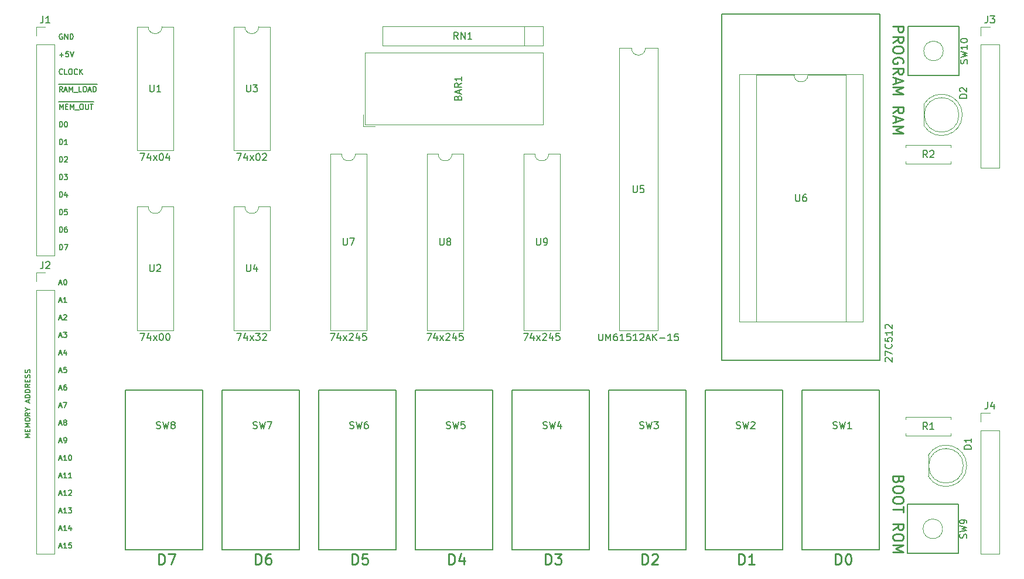
<source format=gto>
G04 #@! TF.GenerationSoftware,KiCad,Pcbnew,(5.1.2)-2*
G04 #@! TF.CreationDate,2019-08-11T11:02:35+02:00*
G04 #@! TF.ProjectId,Memory,4d656d6f-7279-42e6-9b69-6361645f7063,rev?*
G04 #@! TF.SameCoordinates,Original*
G04 #@! TF.FileFunction,Legend,Top*
G04 #@! TF.FilePolarity,Positive*
%FSLAX46Y46*%
G04 Gerber Fmt 4.6, Leading zero omitted, Abs format (unit mm)*
G04 Created by KiCad (PCBNEW (5.1.2)-2) date 2019-08-11 11:02:35*
%MOMM*%
%LPD*%
G04 APERTURE LIST*
%ADD10C,0.250000*%
%ADD11C,0.150000*%
%ADD12C,0.120000*%
G04 APERTURE END LIST*
D10*
X144053857Y-135552571D02*
X144053857Y-134052571D01*
X144411000Y-134052571D01*
X144625285Y-134124000D01*
X144768142Y-134266857D01*
X144839571Y-134409714D01*
X144911000Y-134695428D01*
X144911000Y-134909714D01*
X144839571Y-135195428D01*
X144768142Y-135338285D01*
X144625285Y-135481142D01*
X144411000Y-135552571D01*
X144053857Y-135552571D01*
X145839571Y-134052571D02*
X145982428Y-134052571D01*
X146125285Y-134124000D01*
X146196714Y-134195428D01*
X146268142Y-134338285D01*
X146339571Y-134624000D01*
X146339571Y-134981142D01*
X146268142Y-135266857D01*
X146196714Y-135409714D01*
X146125285Y-135481142D01*
X145982428Y-135552571D01*
X145839571Y-135552571D01*
X145696714Y-135481142D01*
X145625285Y-135409714D01*
X145553857Y-135266857D01*
X145482428Y-134981142D01*
X145482428Y-134624000D01*
X145553857Y-134338285D01*
X145625285Y-134195428D01*
X145696714Y-134124000D01*
X145839571Y-134052571D01*
X88173857Y-135552571D02*
X88173857Y-134052571D01*
X88531000Y-134052571D01*
X88745285Y-134124000D01*
X88888142Y-134266857D01*
X88959571Y-134409714D01*
X89031000Y-134695428D01*
X89031000Y-134909714D01*
X88959571Y-135195428D01*
X88888142Y-135338285D01*
X88745285Y-135481142D01*
X88531000Y-135552571D01*
X88173857Y-135552571D01*
X90316714Y-134552571D02*
X90316714Y-135552571D01*
X89959571Y-133981142D02*
X89602428Y-135052571D01*
X90531000Y-135052571D01*
X46263857Y-135552571D02*
X46263857Y-134052571D01*
X46621000Y-134052571D01*
X46835285Y-134124000D01*
X46978142Y-134266857D01*
X47049571Y-134409714D01*
X47121000Y-134695428D01*
X47121000Y-134909714D01*
X47049571Y-135195428D01*
X46978142Y-135338285D01*
X46835285Y-135481142D01*
X46621000Y-135552571D01*
X46263857Y-135552571D01*
X47621000Y-134052571D02*
X48621000Y-134052571D01*
X47978142Y-135552571D01*
X60233857Y-135552571D02*
X60233857Y-134052571D01*
X60591000Y-134052571D01*
X60805285Y-134124000D01*
X60948142Y-134266857D01*
X61019571Y-134409714D01*
X61091000Y-134695428D01*
X61091000Y-134909714D01*
X61019571Y-135195428D01*
X60948142Y-135338285D01*
X60805285Y-135481142D01*
X60591000Y-135552571D01*
X60233857Y-135552571D01*
X62376714Y-134052571D02*
X62091000Y-134052571D01*
X61948142Y-134124000D01*
X61876714Y-134195428D01*
X61733857Y-134409714D01*
X61662428Y-134695428D01*
X61662428Y-135266857D01*
X61733857Y-135409714D01*
X61805285Y-135481142D01*
X61948142Y-135552571D01*
X62233857Y-135552571D01*
X62376714Y-135481142D01*
X62448142Y-135409714D01*
X62519571Y-135266857D01*
X62519571Y-134909714D01*
X62448142Y-134766857D01*
X62376714Y-134695428D01*
X62233857Y-134624000D01*
X61948142Y-134624000D01*
X61805285Y-134695428D01*
X61733857Y-134766857D01*
X61662428Y-134909714D01*
X130083857Y-135552571D02*
X130083857Y-134052571D01*
X130441000Y-134052571D01*
X130655285Y-134124000D01*
X130798142Y-134266857D01*
X130869571Y-134409714D01*
X130941000Y-134695428D01*
X130941000Y-134909714D01*
X130869571Y-135195428D01*
X130798142Y-135338285D01*
X130655285Y-135481142D01*
X130441000Y-135552571D01*
X130083857Y-135552571D01*
X132369571Y-135552571D02*
X131512428Y-135552571D01*
X131941000Y-135552571D02*
X131941000Y-134052571D01*
X131798142Y-134266857D01*
X131655285Y-134409714D01*
X131512428Y-134481142D01*
X116113857Y-135552571D02*
X116113857Y-134052571D01*
X116471000Y-134052571D01*
X116685285Y-134124000D01*
X116828142Y-134266857D01*
X116899571Y-134409714D01*
X116971000Y-134695428D01*
X116971000Y-134909714D01*
X116899571Y-135195428D01*
X116828142Y-135338285D01*
X116685285Y-135481142D01*
X116471000Y-135552571D01*
X116113857Y-135552571D01*
X117542428Y-134195428D02*
X117613857Y-134124000D01*
X117756714Y-134052571D01*
X118113857Y-134052571D01*
X118256714Y-134124000D01*
X118328142Y-134195428D01*
X118399571Y-134338285D01*
X118399571Y-134481142D01*
X118328142Y-134695428D01*
X117471000Y-135552571D01*
X118399571Y-135552571D01*
X102143857Y-135552571D02*
X102143857Y-134052571D01*
X102501000Y-134052571D01*
X102715285Y-134124000D01*
X102858142Y-134266857D01*
X102929571Y-134409714D01*
X103001000Y-134695428D01*
X103001000Y-134909714D01*
X102929571Y-135195428D01*
X102858142Y-135338285D01*
X102715285Y-135481142D01*
X102501000Y-135552571D01*
X102143857Y-135552571D01*
X103501000Y-134052571D02*
X104429571Y-134052571D01*
X103929571Y-134624000D01*
X104143857Y-134624000D01*
X104286714Y-134695428D01*
X104358142Y-134766857D01*
X104429571Y-134909714D01*
X104429571Y-135266857D01*
X104358142Y-135409714D01*
X104286714Y-135481142D01*
X104143857Y-135552571D01*
X103715285Y-135552571D01*
X103572428Y-135481142D01*
X103501000Y-135409714D01*
X74203857Y-135552571D02*
X74203857Y-134052571D01*
X74561000Y-134052571D01*
X74775285Y-134124000D01*
X74918142Y-134266857D01*
X74989571Y-134409714D01*
X75061000Y-134695428D01*
X75061000Y-134909714D01*
X74989571Y-135195428D01*
X74918142Y-135338285D01*
X74775285Y-135481142D01*
X74561000Y-135552571D01*
X74203857Y-135552571D01*
X76418142Y-134052571D02*
X75703857Y-134052571D01*
X75632428Y-134766857D01*
X75703857Y-134695428D01*
X75846714Y-134624000D01*
X76203857Y-134624000D01*
X76346714Y-134695428D01*
X76418142Y-134766857D01*
X76489571Y-134909714D01*
X76489571Y-135266857D01*
X76418142Y-135409714D01*
X76346714Y-135481142D01*
X76203857Y-135552571D01*
X75846714Y-135552571D01*
X75703857Y-135481142D01*
X75632428Y-135409714D01*
D11*
X27644285Y-117198928D02*
X26894285Y-117198928D01*
X27430000Y-116948928D01*
X26894285Y-116698928D01*
X27644285Y-116698928D01*
X27251428Y-116341785D02*
X27251428Y-116091785D01*
X27644285Y-115984642D02*
X27644285Y-116341785D01*
X26894285Y-116341785D01*
X26894285Y-115984642D01*
X27644285Y-115663214D02*
X26894285Y-115663214D01*
X27430000Y-115413214D01*
X26894285Y-115163214D01*
X27644285Y-115163214D01*
X26894285Y-114663214D02*
X26894285Y-114520357D01*
X26930000Y-114448928D01*
X27001428Y-114377500D01*
X27144285Y-114341785D01*
X27394285Y-114341785D01*
X27537142Y-114377500D01*
X27608571Y-114448928D01*
X27644285Y-114520357D01*
X27644285Y-114663214D01*
X27608571Y-114734642D01*
X27537142Y-114806071D01*
X27394285Y-114841785D01*
X27144285Y-114841785D01*
X27001428Y-114806071D01*
X26930000Y-114734642D01*
X26894285Y-114663214D01*
X27644285Y-113591785D02*
X27287142Y-113841785D01*
X27644285Y-114020357D02*
X26894285Y-114020357D01*
X26894285Y-113734642D01*
X26930000Y-113663214D01*
X26965714Y-113627500D01*
X27037142Y-113591785D01*
X27144285Y-113591785D01*
X27215714Y-113627500D01*
X27251428Y-113663214D01*
X27287142Y-113734642D01*
X27287142Y-114020357D01*
X27287142Y-113127500D02*
X27644285Y-113127500D01*
X26894285Y-113377500D02*
X27287142Y-113127500D01*
X26894285Y-112877500D01*
X27430000Y-112091785D02*
X27430000Y-111734642D01*
X27644285Y-112163214D02*
X26894285Y-111913214D01*
X27644285Y-111663214D01*
X27644285Y-111413214D02*
X26894285Y-111413214D01*
X26894285Y-111234642D01*
X26930000Y-111127500D01*
X27001428Y-111056071D01*
X27072857Y-111020357D01*
X27215714Y-110984642D01*
X27322857Y-110984642D01*
X27465714Y-111020357D01*
X27537142Y-111056071D01*
X27608571Y-111127500D01*
X27644285Y-111234642D01*
X27644285Y-111413214D01*
X27644285Y-110663214D02*
X26894285Y-110663214D01*
X26894285Y-110484642D01*
X26930000Y-110377500D01*
X27001428Y-110306071D01*
X27072857Y-110270357D01*
X27215714Y-110234642D01*
X27322857Y-110234642D01*
X27465714Y-110270357D01*
X27537142Y-110306071D01*
X27608571Y-110377500D01*
X27644285Y-110484642D01*
X27644285Y-110663214D01*
X27644285Y-109484642D02*
X27287142Y-109734642D01*
X27644285Y-109913214D02*
X26894285Y-109913214D01*
X26894285Y-109627500D01*
X26930000Y-109556071D01*
X26965714Y-109520357D01*
X27037142Y-109484642D01*
X27144285Y-109484642D01*
X27215714Y-109520357D01*
X27251428Y-109556071D01*
X27287142Y-109627500D01*
X27287142Y-109913214D01*
X27251428Y-109163214D02*
X27251428Y-108913214D01*
X27644285Y-108806071D02*
X27644285Y-109163214D01*
X26894285Y-109163214D01*
X26894285Y-108806071D01*
X27608571Y-108520357D02*
X27644285Y-108413214D01*
X27644285Y-108234642D01*
X27608571Y-108163214D01*
X27572857Y-108127500D01*
X27501428Y-108091785D01*
X27430000Y-108091785D01*
X27358571Y-108127500D01*
X27322857Y-108163214D01*
X27287142Y-108234642D01*
X27251428Y-108377500D01*
X27215714Y-108448928D01*
X27180000Y-108484642D01*
X27108571Y-108520357D01*
X27037142Y-108520357D01*
X26965714Y-108484642D01*
X26930000Y-108448928D01*
X26894285Y-108377500D01*
X26894285Y-108198928D01*
X26930000Y-108091785D01*
X27608571Y-107806071D02*
X27644285Y-107698928D01*
X27644285Y-107520357D01*
X27608571Y-107448928D01*
X27572857Y-107413214D01*
X27501428Y-107377500D01*
X27430000Y-107377500D01*
X27358571Y-107413214D01*
X27322857Y-107448928D01*
X27287142Y-107520357D01*
X27251428Y-107663214D01*
X27215714Y-107734642D01*
X27180000Y-107770357D01*
X27108571Y-107806071D01*
X27037142Y-107806071D01*
X26965714Y-107770357D01*
X26930000Y-107734642D01*
X26894285Y-107663214D01*
X26894285Y-107484642D01*
X26930000Y-107377500D01*
X31863357Y-117727000D02*
X32220500Y-117727000D01*
X31791928Y-117941285D02*
X32041928Y-117191285D01*
X32291928Y-117941285D01*
X32577642Y-117941285D02*
X32720500Y-117941285D01*
X32791928Y-117905571D01*
X32827642Y-117869857D01*
X32899071Y-117762714D01*
X32934785Y-117619857D01*
X32934785Y-117334142D01*
X32899071Y-117262714D01*
X32863357Y-117227000D01*
X32791928Y-117191285D01*
X32649071Y-117191285D01*
X32577642Y-117227000D01*
X32541928Y-117262714D01*
X32506214Y-117334142D01*
X32506214Y-117512714D01*
X32541928Y-117584142D01*
X32577642Y-117619857D01*
X32649071Y-117655571D01*
X32791928Y-117655571D01*
X32863357Y-117619857D01*
X32899071Y-117584142D01*
X32934785Y-117512714D01*
X31863357Y-130427000D02*
X32220500Y-130427000D01*
X31791928Y-130641285D02*
X32041928Y-129891285D01*
X32291928Y-130641285D01*
X32934785Y-130641285D02*
X32506214Y-130641285D01*
X32720500Y-130641285D02*
X32720500Y-129891285D01*
X32649071Y-129998428D01*
X32577642Y-130069857D01*
X32506214Y-130105571D01*
X33577642Y-130141285D02*
X33577642Y-130641285D01*
X33399071Y-129855571D02*
X33220500Y-130391285D01*
X33684785Y-130391285D01*
X31863357Y-107567000D02*
X32220500Y-107567000D01*
X31791928Y-107781285D02*
X32041928Y-107031285D01*
X32291928Y-107781285D01*
X32899071Y-107031285D02*
X32541928Y-107031285D01*
X32506214Y-107388428D01*
X32541928Y-107352714D01*
X32613357Y-107317000D01*
X32791928Y-107317000D01*
X32863357Y-107352714D01*
X32899071Y-107388428D01*
X32934785Y-107459857D01*
X32934785Y-107638428D01*
X32899071Y-107709857D01*
X32863357Y-107745571D01*
X32791928Y-107781285D01*
X32613357Y-107781285D01*
X32541928Y-107745571D01*
X32506214Y-107709857D01*
X31863357Y-122807000D02*
X32220500Y-122807000D01*
X31791928Y-123021285D02*
X32041928Y-122271285D01*
X32291928Y-123021285D01*
X32934785Y-123021285D02*
X32506214Y-123021285D01*
X32720500Y-123021285D02*
X32720500Y-122271285D01*
X32649071Y-122378428D01*
X32577642Y-122449857D01*
X32506214Y-122485571D01*
X33649071Y-123021285D02*
X33220500Y-123021285D01*
X33434785Y-123021285D02*
X33434785Y-122271285D01*
X33363357Y-122378428D01*
X33291928Y-122449857D01*
X33220500Y-122485571D01*
X31863357Y-94867000D02*
X32220500Y-94867000D01*
X31791928Y-95081285D02*
X32041928Y-94331285D01*
X32291928Y-95081285D01*
X32684785Y-94331285D02*
X32756214Y-94331285D01*
X32827642Y-94367000D01*
X32863357Y-94402714D01*
X32899071Y-94474142D01*
X32934785Y-94617000D01*
X32934785Y-94795571D01*
X32899071Y-94938428D01*
X32863357Y-95009857D01*
X32827642Y-95045571D01*
X32756214Y-95081285D01*
X32684785Y-95081285D01*
X32613357Y-95045571D01*
X32577642Y-95009857D01*
X32541928Y-94938428D01*
X32506214Y-94795571D01*
X32506214Y-94617000D01*
X32541928Y-94474142D01*
X32577642Y-94402714D01*
X32613357Y-94367000D01*
X32684785Y-94331285D01*
X31863357Y-132967000D02*
X32220500Y-132967000D01*
X31791928Y-133181285D02*
X32041928Y-132431285D01*
X32291928Y-133181285D01*
X32934785Y-133181285D02*
X32506214Y-133181285D01*
X32720500Y-133181285D02*
X32720500Y-132431285D01*
X32649071Y-132538428D01*
X32577642Y-132609857D01*
X32506214Y-132645571D01*
X33613357Y-132431285D02*
X33256214Y-132431285D01*
X33220500Y-132788428D01*
X33256214Y-132752714D01*
X33327642Y-132717000D01*
X33506214Y-132717000D01*
X33577642Y-132752714D01*
X33613357Y-132788428D01*
X33649071Y-132859857D01*
X33649071Y-133038428D01*
X33613357Y-133109857D01*
X33577642Y-133145571D01*
X33506214Y-133181285D01*
X33327642Y-133181285D01*
X33256214Y-133145571D01*
X33220500Y-133109857D01*
X31863357Y-97407000D02*
X32220500Y-97407000D01*
X31791928Y-97621285D02*
X32041928Y-96871285D01*
X32291928Y-97621285D01*
X32934785Y-97621285D02*
X32506214Y-97621285D01*
X32720500Y-97621285D02*
X32720500Y-96871285D01*
X32649071Y-96978428D01*
X32577642Y-97049857D01*
X32506214Y-97085571D01*
X31863357Y-99947000D02*
X32220500Y-99947000D01*
X31791928Y-100161285D02*
X32041928Y-99411285D01*
X32291928Y-100161285D01*
X32506214Y-99482714D02*
X32541928Y-99447000D01*
X32613357Y-99411285D01*
X32791928Y-99411285D01*
X32863357Y-99447000D01*
X32899071Y-99482714D01*
X32934785Y-99554142D01*
X32934785Y-99625571D01*
X32899071Y-99732714D01*
X32470500Y-100161285D01*
X32934785Y-100161285D01*
X31863357Y-112647000D02*
X32220500Y-112647000D01*
X31791928Y-112861285D02*
X32041928Y-112111285D01*
X32291928Y-112861285D01*
X32470500Y-112111285D02*
X32970500Y-112111285D01*
X32649071Y-112861285D01*
X31863357Y-115187000D02*
X32220500Y-115187000D01*
X31791928Y-115401285D02*
X32041928Y-114651285D01*
X32291928Y-115401285D01*
X32649071Y-114972714D02*
X32577642Y-114937000D01*
X32541928Y-114901285D01*
X32506214Y-114829857D01*
X32506214Y-114794142D01*
X32541928Y-114722714D01*
X32577642Y-114687000D01*
X32649071Y-114651285D01*
X32791928Y-114651285D01*
X32863357Y-114687000D01*
X32899071Y-114722714D01*
X32934785Y-114794142D01*
X32934785Y-114829857D01*
X32899071Y-114901285D01*
X32863357Y-114937000D01*
X32791928Y-114972714D01*
X32649071Y-114972714D01*
X32577642Y-115008428D01*
X32541928Y-115044142D01*
X32506214Y-115115571D01*
X32506214Y-115258428D01*
X32541928Y-115329857D01*
X32577642Y-115365571D01*
X32649071Y-115401285D01*
X32791928Y-115401285D01*
X32863357Y-115365571D01*
X32899071Y-115329857D01*
X32934785Y-115258428D01*
X32934785Y-115115571D01*
X32899071Y-115044142D01*
X32863357Y-115008428D01*
X32791928Y-114972714D01*
X31863357Y-102487000D02*
X32220500Y-102487000D01*
X31791928Y-102701285D02*
X32041928Y-101951285D01*
X32291928Y-102701285D01*
X32470500Y-101951285D02*
X32934785Y-101951285D01*
X32684785Y-102237000D01*
X32791928Y-102237000D01*
X32863357Y-102272714D01*
X32899071Y-102308428D01*
X32934785Y-102379857D01*
X32934785Y-102558428D01*
X32899071Y-102629857D01*
X32863357Y-102665571D01*
X32791928Y-102701285D01*
X32577642Y-102701285D01*
X32506214Y-102665571D01*
X32470500Y-102629857D01*
X31863357Y-125347000D02*
X32220500Y-125347000D01*
X31791928Y-125561285D02*
X32041928Y-124811285D01*
X32291928Y-125561285D01*
X32934785Y-125561285D02*
X32506214Y-125561285D01*
X32720500Y-125561285D02*
X32720500Y-124811285D01*
X32649071Y-124918428D01*
X32577642Y-124989857D01*
X32506214Y-125025571D01*
X33220500Y-124882714D02*
X33256214Y-124847000D01*
X33327642Y-124811285D01*
X33506214Y-124811285D01*
X33577642Y-124847000D01*
X33613357Y-124882714D01*
X33649071Y-124954142D01*
X33649071Y-125025571D01*
X33613357Y-125132714D01*
X33184785Y-125561285D01*
X33649071Y-125561285D01*
X31863357Y-105027000D02*
X32220500Y-105027000D01*
X31791928Y-105241285D02*
X32041928Y-104491285D01*
X32291928Y-105241285D01*
X32863357Y-104741285D02*
X32863357Y-105241285D01*
X32684785Y-104455571D02*
X32506214Y-104991285D01*
X32970500Y-104991285D01*
X31863357Y-127887000D02*
X32220500Y-127887000D01*
X31791928Y-128101285D02*
X32041928Y-127351285D01*
X32291928Y-128101285D01*
X32934785Y-128101285D02*
X32506214Y-128101285D01*
X32720500Y-128101285D02*
X32720500Y-127351285D01*
X32649071Y-127458428D01*
X32577642Y-127529857D01*
X32506214Y-127565571D01*
X33184785Y-127351285D02*
X33649071Y-127351285D01*
X33399071Y-127637000D01*
X33506214Y-127637000D01*
X33577642Y-127672714D01*
X33613357Y-127708428D01*
X33649071Y-127779857D01*
X33649071Y-127958428D01*
X33613357Y-128029857D01*
X33577642Y-128065571D01*
X33506214Y-128101285D01*
X33291928Y-128101285D01*
X33220500Y-128065571D01*
X33184785Y-128029857D01*
X31863357Y-110107000D02*
X32220500Y-110107000D01*
X31791928Y-110321285D02*
X32041928Y-109571285D01*
X32291928Y-110321285D01*
X32863357Y-109571285D02*
X32720500Y-109571285D01*
X32649071Y-109607000D01*
X32613357Y-109642714D01*
X32541928Y-109749857D01*
X32506214Y-109892714D01*
X32506214Y-110178428D01*
X32541928Y-110249857D01*
X32577642Y-110285571D01*
X32649071Y-110321285D01*
X32791928Y-110321285D01*
X32863357Y-110285571D01*
X32899071Y-110249857D01*
X32934785Y-110178428D01*
X32934785Y-109999857D01*
X32899071Y-109928428D01*
X32863357Y-109892714D01*
X32791928Y-109857000D01*
X32649071Y-109857000D01*
X32577642Y-109892714D01*
X32541928Y-109928428D01*
X32506214Y-109999857D01*
X31863357Y-120267000D02*
X32220500Y-120267000D01*
X31791928Y-120481285D02*
X32041928Y-119731285D01*
X32291928Y-120481285D01*
X32934785Y-120481285D02*
X32506214Y-120481285D01*
X32720500Y-120481285D02*
X32720500Y-119731285D01*
X32649071Y-119838428D01*
X32577642Y-119909857D01*
X32506214Y-119945571D01*
X33399071Y-119731285D02*
X33470500Y-119731285D01*
X33541928Y-119767000D01*
X33577642Y-119802714D01*
X33613357Y-119874142D01*
X33649071Y-120017000D01*
X33649071Y-120195571D01*
X33613357Y-120338428D01*
X33577642Y-120409857D01*
X33541928Y-120445571D01*
X33470500Y-120481285D01*
X33399071Y-120481285D01*
X33327642Y-120445571D01*
X33291928Y-120409857D01*
X33256214Y-120338428D01*
X33220500Y-120195571D01*
X33220500Y-120017000D01*
X33256214Y-119874142D01*
X33291928Y-119802714D01*
X33327642Y-119767000D01*
X33399071Y-119731285D01*
X31899071Y-87461285D02*
X31899071Y-86711285D01*
X32077642Y-86711285D01*
X32184785Y-86747000D01*
X32256214Y-86818428D01*
X32291928Y-86889857D01*
X32327642Y-87032714D01*
X32327642Y-87139857D01*
X32291928Y-87282714D01*
X32256214Y-87354142D01*
X32184785Y-87425571D01*
X32077642Y-87461285D01*
X31899071Y-87461285D01*
X32970500Y-86711285D02*
X32827642Y-86711285D01*
X32756214Y-86747000D01*
X32720500Y-86782714D01*
X32649071Y-86889857D01*
X32613357Y-87032714D01*
X32613357Y-87318428D01*
X32649071Y-87389857D01*
X32684785Y-87425571D01*
X32756214Y-87461285D01*
X32899071Y-87461285D01*
X32970500Y-87425571D01*
X33006214Y-87389857D01*
X33041928Y-87318428D01*
X33041928Y-87139857D01*
X33006214Y-87068428D01*
X32970500Y-87032714D01*
X32899071Y-86997000D01*
X32756214Y-86997000D01*
X32684785Y-87032714D01*
X32649071Y-87068428D01*
X32613357Y-87139857D01*
X31899071Y-90001285D02*
X31899071Y-89251285D01*
X32077642Y-89251285D01*
X32184785Y-89287000D01*
X32256214Y-89358428D01*
X32291928Y-89429857D01*
X32327642Y-89572714D01*
X32327642Y-89679857D01*
X32291928Y-89822714D01*
X32256214Y-89894142D01*
X32184785Y-89965571D01*
X32077642Y-90001285D01*
X31899071Y-90001285D01*
X32577642Y-89251285D02*
X33077642Y-89251285D01*
X32756214Y-90001285D01*
X31899071Y-84921285D02*
X31899071Y-84171285D01*
X32077642Y-84171285D01*
X32184785Y-84207000D01*
X32256214Y-84278428D01*
X32291928Y-84349857D01*
X32327642Y-84492714D01*
X32327642Y-84599857D01*
X32291928Y-84742714D01*
X32256214Y-84814142D01*
X32184785Y-84885571D01*
X32077642Y-84921285D01*
X31899071Y-84921285D01*
X33006214Y-84171285D02*
X32649071Y-84171285D01*
X32613357Y-84528428D01*
X32649071Y-84492714D01*
X32720500Y-84457000D01*
X32899071Y-84457000D01*
X32970500Y-84492714D01*
X33006214Y-84528428D01*
X33041928Y-84599857D01*
X33041928Y-84778428D01*
X33006214Y-84849857D01*
X32970500Y-84885571D01*
X32899071Y-84921285D01*
X32720500Y-84921285D01*
X32649071Y-84885571D01*
X32613357Y-84849857D01*
X31899071Y-61775571D02*
X32470500Y-61775571D01*
X32184785Y-62061285D02*
X32184785Y-61489857D01*
X33184785Y-61311285D02*
X32827642Y-61311285D01*
X32791928Y-61668428D01*
X32827642Y-61632714D01*
X32899071Y-61597000D01*
X33077642Y-61597000D01*
X33149071Y-61632714D01*
X33184785Y-61668428D01*
X33220500Y-61739857D01*
X33220500Y-61918428D01*
X33184785Y-61989857D01*
X33149071Y-62025571D01*
X33077642Y-62061285D01*
X32899071Y-62061285D01*
X32827642Y-62025571D01*
X32791928Y-61989857D01*
X33434785Y-61311285D02*
X33684785Y-62061285D01*
X33934785Y-61311285D01*
X31899071Y-74761285D02*
X31899071Y-74011285D01*
X32077642Y-74011285D01*
X32184785Y-74047000D01*
X32256214Y-74118428D01*
X32291928Y-74189857D01*
X32327642Y-74332714D01*
X32327642Y-74439857D01*
X32291928Y-74582714D01*
X32256214Y-74654142D01*
X32184785Y-74725571D01*
X32077642Y-74761285D01*
X31899071Y-74761285D01*
X33041928Y-74761285D02*
X32613357Y-74761285D01*
X32827642Y-74761285D02*
X32827642Y-74011285D01*
X32756214Y-74118428D01*
X32684785Y-74189857D01*
X32613357Y-74225571D01*
X32291928Y-58807000D02*
X32220500Y-58771285D01*
X32113357Y-58771285D01*
X32006214Y-58807000D01*
X31934785Y-58878428D01*
X31899071Y-58949857D01*
X31863357Y-59092714D01*
X31863357Y-59199857D01*
X31899071Y-59342714D01*
X31934785Y-59414142D01*
X32006214Y-59485571D01*
X32113357Y-59521285D01*
X32184785Y-59521285D01*
X32291928Y-59485571D01*
X32327642Y-59449857D01*
X32327642Y-59199857D01*
X32184785Y-59199857D01*
X32649071Y-59521285D02*
X32649071Y-58771285D01*
X33077642Y-59521285D01*
X33077642Y-58771285D01*
X33434785Y-59521285D02*
X33434785Y-58771285D01*
X33613357Y-58771285D01*
X33720500Y-58807000D01*
X33791928Y-58878428D01*
X33827642Y-58949857D01*
X33863357Y-59092714D01*
X33863357Y-59199857D01*
X33827642Y-59342714D01*
X33791928Y-59414142D01*
X33720500Y-59485571D01*
X33613357Y-59521285D01*
X33434785Y-59521285D01*
X31899071Y-79841285D02*
X31899071Y-79091285D01*
X32077642Y-79091285D01*
X32184785Y-79127000D01*
X32256214Y-79198428D01*
X32291928Y-79269857D01*
X32327642Y-79412714D01*
X32327642Y-79519857D01*
X32291928Y-79662714D01*
X32256214Y-79734142D01*
X32184785Y-79805571D01*
X32077642Y-79841285D01*
X31899071Y-79841285D01*
X32577642Y-79091285D02*
X33041928Y-79091285D01*
X32791928Y-79377000D01*
X32899071Y-79377000D01*
X32970500Y-79412714D01*
X33006214Y-79448428D01*
X33041928Y-79519857D01*
X33041928Y-79698428D01*
X33006214Y-79769857D01*
X32970500Y-79805571D01*
X32899071Y-79841285D01*
X32684785Y-79841285D01*
X32613357Y-79805571D01*
X32577642Y-79769857D01*
X31899071Y-72221285D02*
X31899071Y-71471285D01*
X32077642Y-71471285D01*
X32184785Y-71507000D01*
X32256214Y-71578428D01*
X32291928Y-71649857D01*
X32327642Y-71792714D01*
X32327642Y-71899857D01*
X32291928Y-72042714D01*
X32256214Y-72114142D01*
X32184785Y-72185571D01*
X32077642Y-72221285D01*
X31899071Y-72221285D01*
X32791928Y-71471285D02*
X32863357Y-71471285D01*
X32934785Y-71507000D01*
X32970500Y-71542714D01*
X33006214Y-71614142D01*
X33041928Y-71757000D01*
X33041928Y-71935571D01*
X33006214Y-72078428D01*
X32970500Y-72149857D01*
X32934785Y-72185571D01*
X32863357Y-72221285D01*
X32791928Y-72221285D01*
X32720500Y-72185571D01*
X32684785Y-72149857D01*
X32649071Y-72078428D01*
X32613357Y-71935571D01*
X32613357Y-71757000D01*
X32649071Y-71614142D01*
X32684785Y-71542714D01*
X32720500Y-71507000D01*
X32791928Y-71471285D01*
X31899071Y-77301285D02*
X31899071Y-76551285D01*
X32077642Y-76551285D01*
X32184785Y-76587000D01*
X32256214Y-76658428D01*
X32291928Y-76729857D01*
X32327642Y-76872714D01*
X32327642Y-76979857D01*
X32291928Y-77122714D01*
X32256214Y-77194142D01*
X32184785Y-77265571D01*
X32077642Y-77301285D01*
X31899071Y-77301285D01*
X32613357Y-76622714D02*
X32649071Y-76587000D01*
X32720500Y-76551285D01*
X32899071Y-76551285D01*
X32970500Y-76587000D01*
X33006214Y-76622714D01*
X33041928Y-76694142D01*
X33041928Y-76765571D01*
X33006214Y-76872714D01*
X32577642Y-77301285D01*
X33041928Y-77301285D01*
X31720500Y-66067000D02*
X32470500Y-66067000D01*
X32327642Y-67141285D02*
X32077642Y-66784142D01*
X31899071Y-67141285D02*
X31899071Y-66391285D01*
X32184785Y-66391285D01*
X32256214Y-66427000D01*
X32291928Y-66462714D01*
X32327642Y-66534142D01*
X32327642Y-66641285D01*
X32291928Y-66712714D01*
X32256214Y-66748428D01*
X32184785Y-66784142D01*
X31899071Y-66784142D01*
X32470500Y-66067000D02*
X33113357Y-66067000D01*
X32613357Y-66927000D02*
X32970500Y-66927000D01*
X32541928Y-67141285D02*
X32791928Y-66391285D01*
X33041928Y-67141285D01*
X33113357Y-66067000D02*
X33970500Y-66067000D01*
X33291928Y-67141285D02*
X33291928Y-66391285D01*
X33541928Y-66927000D01*
X33791928Y-66391285D01*
X33791928Y-67141285D01*
X33970500Y-66067000D02*
X34541928Y-66067000D01*
X33970500Y-67212714D02*
X34541928Y-67212714D01*
X34541928Y-66067000D02*
X35149071Y-66067000D01*
X35077642Y-67141285D02*
X34720500Y-67141285D01*
X34720500Y-66391285D01*
X35149071Y-66067000D02*
X35934785Y-66067000D01*
X35470500Y-66391285D02*
X35613357Y-66391285D01*
X35684785Y-66427000D01*
X35756214Y-66498428D01*
X35791928Y-66641285D01*
X35791928Y-66891285D01*
X35756214Y-67034142D01*
X35684785Y-67105571D01*
X35613357Y-67141285D01*
X35470500Y-67141285D01*
X35399071Y-67105571D01*
X35327642Y-67034142D01*
X35291928Y-66891285D01*
X35291928Y-66641285D01*
X35327642Y-66498428D01*
X35399071Y-66427000D01*
X35470500Y-66391285D01*
X35934785Y-66067000D02*
X36577642Y-66067000D01*
X36077642Y-66927000D02*
X36434785Y-66927000D01*
X36006214Y-67141285D02*
X36256214Y-66391285D01*
X36506214Y-67141285D01*
X36577642Y-66067000D02*
X37327642Y-66067000D01*
X36756214Y-67141285D02*
X36756214Y-66391285D01*
X36934785Y-66391285D01*
X37041928Y-66427000D01*
X37113357Y-66498428D01*
X37149071Y-66569857D01*
X37184785Y-66712714D01*
X37184785Y-66819857D01*
X37149071Y-66962714D01*
X37113357Y-67034142D01*
X37041928Y-67105571D01*
X36934785Y-67141285D01*
X36756214Y-67141285D01*
X31899071Y-82381285D02*
X31899071Y-81631285D01*
X32077642Y-81631285D01*
X32184785Y-81667000D01*
X32256214Y-81738428D01*
X32291928Y-81809857D01*
X32327642Y-81952714D01*
X32327642Y-82059857D01*
X32291928Y-82202714D01*
X32256214Y-82274142D01*
X32184785Y-82345571D01*
X32077642Y-82381285D01*
X31899071Y-82381285D01*
X32970500Y-81881285D02*
X32970500Y-82381285D01*
X32791928Y-81595571D02*
X32613357Y-82131285D01*
X33077642Y-82131285D01*
X31720500Y-68607000D02*
X32577642Y-68607000D01*
X31899071Y-69681285D02*
X31899071Y-68931285D01*
X32149071Y-69467000D01*
X32399071Y-68931285D01*
X32399071Y-69681285D01*
X32577642Y-68607000D02*
X33256214Y-68607000D01*
X32756214Y-69288428D02*
X33006214Y-69288428D01*
X33113357Y-69681285D02*
X32756214Y-69681285D01*
X32756214Y-68931285D01*
X33113357Y-68931285D01*
X33256214Y-68607000D02*
X34113357Y-68607000D01*
X33434785Y-69681285D02*
X33434785Y-68931285D01*
X33684785Y-69467000D01*
X33934785Y-68931285D01*
X33934785Y-69681285D01*
X34113357Y-68607000D02*
X34684785Y-68607000D01*
X34113357Y-69752714D02*
X34684785Y-69752714D01*
X34684785Y-68607000D02*
X35470500Y-68607000D01*
X35006214Y-68931285D02*
X35149071Y-68931285D01*
X35220500Y-68967000D01*
X35291928Y-69038428D01*
X35327642Y-69181285D01*
X35327642Y-69431285D01*
X35291928Y-69574142D01*
X35220500Y-69645571D01*
X35149071Y-69681285D01*
X35006214Y-69681285D01*
X34934785Y-69645571D01*
X34863357Y-69574142D01*
X34827642Y-69431285D01*
X34827642Y-69181285D01*
X34863357Y-69038428D01*
X34934785Y-68967000D01*
X35006214Y-68931285D01*
X35470500Y-68607000D02*
X36256214Y-68607000D01*
X35649071Y-68931285D02*
X35649071Y-69538428D01*
X35684785Y-69609857D01*
X35720500Y-69645571D01*
X35791928Y-69681285D01*
X35934785Y-69681285D01*
X36006214Y-69645571D01*
X36041928Y-69609857D01*
X36077642Y-69538428D01*
X36077642Y-68931285D01*
X36256214Y-68607000D02*
X36827642Y-68607000D01*
X36327642Y-68931285D02*
X36756214Y-68931285D01*
X36541928Y-69681285D02*
X36541928Y-68931285D01*
X32327642Y-64529857D02*
X32291928Y-64565571D01*
X32184785Y-64601285D01*
X32113357Y-64601285D01*
X32006214Y-64565571D01*
X31934785Y-64494142D01*
X31899071Y-64422714D01*
X31863357Y-64279857D01*
X31863357Y-64172714D01*
X31899071Y-64029857D01*
X31934785Y-63958428D01*
X32006214Y-63887000D01*
X32113357Y-63851285D01*
X32184785Y-63851285D01*
X32291928Y-63887000D01*
X32327642Y-63922714D01*
X33006214Y-64601285D02*
X32649071Y-64601285D01*
X32649071Y-63851285D01*
X33399071Y-63851285D02*
X33541928Y-63851285D01*
X33613357Y-63887000D01*
X33684785Y-63958428D01*
X33720500Y-64101285D01*
X33720500Y-64351285D01*
X33684785Y-64494142D01*
X33613357Y-64565571D01*
X33541928Y-64601285D01*
X33399071Y-64601285D01*
X33327642Y-64565571D01*
X33256214Y-64494142D01*
X33220500Y-64351285D01*
X33220500Y-64101285D01*
X33256214Y-63958428D01*
X33327642Y-63887000D01*
X33399071Y-63851285D01*
X34470500Y-64529857D02*
X34434785Y-64565571D01*
X34327642Y-64601285D01*
X34256214Y-64601285D01*
X34149071Y-64565571D01*
X34077642Y-64494142D01*
X34041928Y-64422714D01*
X34006214Y-64279857D01*
X34006214Y-64172714D01*
X34041928Y-64029857D01*
X34077642Y-63958428D01*
X34149071Y-63887000D01*
X34256214Y-63851285D01*
X34327642Y-63851285D01*
X34434785Y-63887000D01*
X34470500Y-63922714D01*
X34791928Y-64601285D02*
X34791928Y-63851285D01*
X35220500Y-64601285D02*
X34899071Y-64172714D01*
X35220500Y-63851285D02*
X34791928Y-64279857D01*
D10*
X152356428Y-57655000D02*
X153856428Y-57655000D01*
X153856428Y-58226428D01*
X153785000Y-58369285D01*
X153713571Y-58440714D01*
X153570714Y-58512142D01*
X153356428Y-58512142D01*
X153213571Y-58440714D01*
X153142142Y-58369285D01*
X153070714Y-58226428D01*
X153070714Y-57655000D01*
X152356428Y-60012142D02*
X153070714Y-59512142D01*
X152356428Y-59155000D02*
X153856428Y-59155000D01*
X153856428Y-59726428D01*
X153785000Y-59869285D01*
X153713571Y-59940714D01*
X153570714Y-60012142D01*
X153356428Y-60012142D01*
X153213571Y-59940714D01*
X153142142Y-59869285D01*
X153070714Y-59726428D01*
X153070714Y-59155000D01*
X153856428Y-60940714D02*
X153856428Y-61226428D01*
X153785000Y-61369285D01*
X153642142Y-61512142D01*
X153356428Y-61583571D01*
X152856428Y-61583571D01*
X152570714Y-61512142D01*
X152427857Y-61369285D01*
X152356428Y-61226428D01*
X152356428Y-60940714D01*
X152427857Y-60797857D01*
X152570714Y-60655000D01*
X152856428Y-60583571D01*
X153356428Y-60583571D01*
X153642142Y-60655000D01*
X153785000Y-60797857D01*
X153856428Y-60940714D01*
X153785000Y-63012142D02*
X153856428Y-62869285D01*
X153856428Y-62655000D01*
X153785000Y-62440714D01*
X153642142Y-62297857D01*
X153499285Y-62226428D01*
X153213571Y-62155000D01*
X152999285Y-62155000D01*
X152713571Y-62226428D01*
X152570714Y-62297857D01*
X152427857Y-62440714D01*
X152356428Y-62655000D01*
X152356428Y-62797857D01*
X152427857Y-63012142D01*
X152499285Y-63083571D01*
X152999285Y-63083571D01*
X152999285Y-62797857D01*
X152356428Y-64583571D02*
X153070714Y-64083571D01*
X152356428Y-63726428D02*
X153856428Y-63726428D01*
X153856428Y-64297857D01*
X153785000Y-64440714D01*
X153713571Y-64512142D01*
X153570714Y-64583571D01*
X153356428Y-64583571D01*
X153213571Y-64512142D01*
X153142142Y-64440714D01*
X153070714Y-64297857D01*
X153070714Y-63726428D01*
X152785000Y-65155000D02*
X152785000Y-65869285D01*
X152356428Y-65012142D02*
X153856428Y-65512142D01*
X152356428Y-66012142D01*
X152356428Y-66512142D02*
X153856428Y-66512142D01*
X152785000Y-67012142D01*
X153856428Y-67512142D01*
X152356428Y-67512142D01*
X152356428Y-70226428D02*
X153070714Y-69726428D01*
X152356428Y-69369285D02*
X153856428Y-69369285D01*
X153856428Y-69940714D01*
X153785000Y-70083571D01*
X153713571Y-70155000D01*
X153570714Y-70226428D01*
X153356428Y-70226428D01*
X153213571Y-70155000D01*
X153142142Y-70083571D01*
X153070714Y-69940714D01*
X153070714Y-69369285D01*
X152785000Y-70797857D02*
X152785000Y-71512142D01*
X152356428Y-70655000D02*
X153856428Y-71155000D01*
X152356428Y-71655000D01*
X152356428Y-72155000D02*
X153856428Y-72155000D01*
X152785000Y-72655000D01*
X153856428Y-73155000D01*
X152356428Y-73155000D01*
X153142142Y-123270000D02*
X153070714Y-123484285D01*
X152999285Y-123555714D01*
X152856428Y-123627142D01*
X152642142Y-123627142D01*
X152499285Y-123555714D01*
X152427857Y-123484285D01*
X152356428Y-123341428D01*
X152356428Y-122770000D01*
X153856428Y-122770000D01*
X153856428Y-123270000D01*
X153785000Y-123412857D01*
X153713571Y-123484285D01*
X153570714Y-123555714D01*
X153427857Y-123555714D01*
X153285000Y-123484285D01*
X153213571Y-123412857D01*
X153142142Y-123270000D01*
X153142142Y-122770000D01*
X153856428Y-124555714D02*
X153856428Y-124841428D01*
X153785000Y-124984285D01*
X153642142Y-125127142D01*
X153356428Y-125198571D01*
X152856428Y-125198571D01*
X152570714Y-125127142D01*
X152427857Y-124984285D01*
X152356428Y-124841428D01*
X152356428Y-124555714D01*
X152427857Y-124412857D01*
X152570714Y-124270000D01*
X152856428Y-124198571D01*
X153356428Y-124198571D01*
X153642142Y-124270000D01*
X153785000Y-124412857D01*
X153856428Y-124555714D01*
X153856428Y-126127142D02*
X153856428Y-126412857D01*
X153785000Y-126555714D01*
X153642142Y-126698571D01*
X153356428Y-126770000D01*
X152856428Y-126770000D01*
X152570714Y-126698571D01*
X152427857Y-126555714D01*
X152356428Y-126412857D01*
X152356428Y-126127142D01*
X152427857Y-125984285D01*
X152570714Y-125841428D01*
X152856428Y-125770000D01*
X153356428Y-125770000D01*
X153642142Y-125841428D01*
X153785000Y-125984285D01*
X153856428Y-126127142D01*
X153856428Y-127198571D02*
X153856428Y-128055714D01*
X152356428Y-127627142D02*
X153856428Y-127627142D01*
X152356428Y-130555714D02*
X153070714Y-130055714D01*
X152356428Y-129698571D02*
X153856428Y-129698571D01*
X153856428Y-130270000D01*
X153785000Y-130412857D01*
X153713571Y-130484285D01*
X153570714Y-130555714D01*
X153356428Y-130555714D01*
X153213571Y-130484285D01*
X153142142Y-130412857D01*
X153070714Y-130270000D01*
X153070714Y-129698571D01*
X153856428Y-131484285D02*
X153856428Y-131770000D01*
X153785000Y-131912857D01*
X153642142Y-132055714D01*
X153356428Y-132127142D01*
X152856428Y-132127142D01*
X152570714Y-132055714D01*
X152427857Y-131912857D01*
X152356428Y-131770000D01*
X152356428Y-131484285D01*
X152427857Y-131341428D01*
X152570714Y-131198571D01*
X152856428Y-131127142D01*
X153356428Y-131127142D01*
X153642142Y-131198571D01*
X153785000Y-131341428D01*
X153856428Y-131484285D01*
X152356428Y-132770000D02*
X153856428Y-132770000D01*
X152785000Y-133270000D01*
X153856428Y-133770000D01*
X152356428Y-133770000D01*
D12*
X148015000Y-64650000D02*
X130115000Y-64650000D01*
X148015000Y-100450000D02*
X148015000Y-64650000D01*
X130115000Y-100450000D02*
X148015000Y-100450000D01*
X130115000Y-64650000D02*
X130115000Y-100450000D01*
X145525000Y-64710000D02*
X140065000Y-64710000D01*
X145525000Y-100390000D02*
X145525000Y-64710000D01*
X132605000Y-100390000D02*
X145525000Y-100390000D01*
X132605000Y-64710000D02*
X132605000Y-100390000D01*
X138065000Y-64710000D02*
X132605000Y-64710000D01*
X140065000Y-64710000D02*
G75*
G02X138065000Y-64710000I-1000000J0D01*
G01*
D11*
X127635000Y-55880000D02*
X150495000Y-55880000D01*
X150495000Y-55880000D02*
X150495000Y-106045000D01*
X150495000Y-106045000D02*
X127635000Y-106045000D01*
X127635000Y-106045000D02*
X127635000Y-55880000D01*
D12*
X114570000Y-60840000D02*
X112800000Y-60840000D01*
X112800000Y-60840000D02*
X112800000Y-101720000D01*
X112800000Y-101720000D02*
X118340000Y-101720000D01*
X118340000Y-101720000D02*
X118340000Y-60840000D01*
X118340000Y-60840000D02*
X116570000Y-60840000D01*
X116570000Y-60840000D02*
G75*
G02X114570000Y-60840000I-1000000J0D01*
G01*
D11*
X97282000Y-110363000D02*
X97282000Y-133477000D01*
X97282000Y-133477000D02*
X108458000Y-133477000D01*
X108458000Y-133477000D02*
X108458000Y-110363000D01*
X108458000Y-110363000D02*
X97282000Y-110363000D01*
D12*
X165040000Y-113605000D02*
X166370000Y-113605000D01*
X165040000Y-114935000D02*
X165040000Y-113605000D01*
X165040000Y-116205000D02*
X167700000Y-116205000D01*
X167700000Y-116205000D02*
X167700000Y-134045000D01*
X165040000Y-116205000D02*
X165040000Y-134045000D01*
X165040000Y-134045000D02*
X167700000Y-134045000D01*
X165040000Y-57725000D02*
X166370000Y-57725000D01*
X165040000Y-59055000D02*
X165040000Y-57725000D01*
X165040000Y-60325000D02*
X167700000Y-60325000D01*
X167700000Y-60325000D02*
X167700000Y-78165000D01*
X165040000Y-60325000D02*
X165040000Y-78165000D01*
X165040000Y-78165000D02*
X167700000Y-78165000D01*
D11*
X150368000Y-110363000D02*
X139192000Y-110363000D01*
X150368000Y-133477000D02*
X150368000Y-110363000D01*
X139192000Y-133477000D02*
X150368000Y-133477000D01*
X139192000Y-110363000D02*
X139192000Y-133477000D01*
X125222000Y-110363000D02*
X125222000Y-133477000D01*
X125222000Y-133477000D02*
X136398000Y-133477000D01*
X136398000Y-133477000D02*
X136398000Y-110363000D01*
X136398000Y-110363000D02*
X125222000Y-110363000D01*
X122428000Y-110363000D02*
X111252000Y-110363000D01*
X122428000Y-133477000D02*
X122428000Y-110363000D01*
X111252000Y-133477000D02*
X122428000Y-133477000D01*
X111252000Y-110363000D02*
X111252000Y-133477000D01*
X52578000Y-110363000D02*
X41402000Y-110363000D01*
X52578000Y-133477000D02*
X52578000Y-110363000D01*
X41402000Y-133477000D02*
X52578000Y-133477000D01*
X41402000Y-110363000D02*
X41402000Y-133477000D01*
X55372000Y-110363000D02*
X55372000Y-133477000D01*
X55372000Y-133477000D02*
X66548000Y-133477000D01*
X66548000Y-133477000D02*
X66548000Y-110363000D01*
X66548000Y-110363000D02*
X55372000Y-110363000D01*
X80518000Y-110363000D02*
X69342000Y-110363000D01*
X80518000Y-133477000D02*
X80518000Y-110363000D01*
X69342000Y-133477000D02*
X80518000Y-133477000D01*
X69342000Y-110363000D02*
X69342000Y-133477000D01*
X83312000Y-110363000D02*
X83312000Y-133477000D01*
X83312000Y-133477000D02*
X94488000Y-133477000D01*
X94488000Y-133477000D02*
X94488000Y-110363000D01*
X94488000Y-110363000D02*
X83312000Y-110363000D01*
X154528000Y-57691000D02*
X161894000Y-57691000D01*
X154528000Y-64803000D02*
X154528000Y-57691000D01*
X161894000Y-64803000D02*
X154528000Y-64803000D01*
X161894000Y-57691000D02*
X161894000Y-64803000D01*
D12*
X159625214Y-61229787D02*
G75*
G03X159625214Y-61229787I-1414214J0D01*
G01*
X159529214Y-130411787D02*
G75*
G03X159529214Y-130411787I-1414214J0D01*
G01*
D11*
X161798000Y-126873000D02*
X161798000Y-133985000D01*
X161798000Y-133985000D02*
X154432000Y-133985000D01*
X154432000Y-133985000D02*
X154432000Y-126873000D01*
X154432000Y-126873000D02*
X161798000Y-126873000D01*
D12*
X28515000Y-90865000D02*
X31175000Y-90865000D01*
X28515000Y-60325000D02*
X28515000Y-90865000D01*
X31175000Y-60325000D02*
X31175000Y-90865000D01*
X28515000Y-60325000D02*
X31175000Y-60325000D01*
X28515000Y-59055000D02*
X28515000Y-57725000D01*
X28515000Y-57725000D02*
X29845000Y-57725000D01*
X28515000Y-134045000D02*
X31175000Y-134045000D01*
X28515000Y-95885000D02*
X28515000Y-134045000D01*
X31175000Y-95885000D02*
X31175000Y-134045000D01*
X28515000Y-95885000D02*
X31175000Y-95885000D01*
X28515000Y-94615000D02*
X28515000Y-93285000D01*
X28515000Y-93285000D02*
X29845000Y-93285000D01*
X75770000Y-70485000D02*
X75770000Y-72185000D01*
X75770000Y-72185000D02*
X77470000Y-72185000D01*
X101740000Y-61455000D02*
X101740000Y-71895000D01*
X101740000Y-71895000D02*
X76060000Y-71895000D01*
X76060000Y-71895000D02*
X76060000Y-61455000D01*
X76060000Y-61455000D02*
X101740000Y-61455000D01*
X156825000Y-68940000D02*
X156825000Y-72030000D01*
X161885000Y-70485000D02*
G75*
G03X161885000Y-70485000I-2500000J0D01*
G01*
X162375000Y-70484538D02*
G75*
G02X156825000Y-72029830I-2990000J-462D01*
G01*
X162375000Y-70485462D02*
G75*
G03X156825000Y-68940170I-2990000J462D01*
G01*
X163010000Y-121285462D02*
G75*
G03X157460000Y-119740170I-2990000J462D01*
G01*
X163010000Y-121284538D02*
G75*
G02X157460000Y-122829830I-2990000J-462D01*
G01*
X162520000Y-121285000D02*
G75*
G03X162520000Y-121285000I-2500000J0D01*
G01*
X157460000Y-119740000D02*
X157460000Y-122830000D01*
X48370000Y-57725000D02*
X46720000Y-57725000D01*
X48370000Y-75625000D02*
X48370000Y-57725000D01*
X43070000Y-75625000D02*
X48370000Y-75625000D01*
X43070000Y-57725000D02*
X43070000Y-75625000D01*
X44720000Y-57725000D02*
X43070000Y-57725000D01*
X46720000Y-57725000D02*
G75*
G02X44720000Y-57725000I-1000000J0D01*
G01*
X46720000Y-83760000D02*
G75*
G02X44720000Y-83760000I-1000000J0D01*
G01*
X44720000Y-83760000D02*
X43070000Y-83760000D01*
X43070000Y-83760000D02*
X43070000Y-101660000D01*
X43070000Y-101660000D02*
X48370000Y-101660000D01*
X48370000Y-101660000D02*
X48370000Y-83760000D01*
X48370000Y-83760000D02*
X46720000Y-83760000D01*
X62340000Y-57725000D02*
X60690000Y-57725000D01*
X62340000Y-75625000D02*
X62340000Y-57725000D01*
X57040000Y-75625000D02*
X62340000Y-75625000D01*
X57040000Y-57725000D02*
X57040000Y-75625000D01*
X58690000Y-57725000D02*
X57040000Y-57725000D01*
X60690000Y-57725000D02*
G75*
G02X58690000Y-57725000I-1000000J0D01*
G01*
X60690000Y-83760000D02*
G75*
G02X58690000Y-83760000I-1000000J0D01*
G01*
X58690000Y-83760000D02*
X57040000Y-83760000D01*
X57040000Y-83760000D02*
X57040000Y-101660000D01*
X57040000Y-101660000D02*
X62340000Y-101660000D01*
X62340000Y-101660000D02*
X62340000Y-83760000D01*
X62340000Y-83760000D02*
X60690000Y-83760000D01*
X74660000Y-76140000D02*
G75*
G02X72660000Y-76140000I-1000000J0D01*
G01*
X72660000Y-76140000D02*
X71010000Y-76140000D01*
X71010000Y-76140000D02*
X71010000Y-101660000D01*
X71010000Y-101660000D02*
X76310000Y-101660000D01*
X76310000Y-101660000D02*
X76310000Y-76140000D01*
X76310000Y-76140000D02*
X74660000Y-76140000D01*
X90280000Y-76140000D02*
X88630000Y-76140000D01*
X90280000Y-101660000D02*
X90280000Y-76140000D01*
X84980000Y-101660000D02*
X90280000Y-101660000D01*
X84980000Y-76140000D02*
X84980000Y-101660000D01*
X86630000Y-76140000D02*
X84980000Y-76140000D01*
X88630000Y-76140000D02*
G75*
G02X86630000Y-76140000I-1000000J0D01*
G01*
X102600000Y-76140000D02*
G75*
G02X100600000Y-76140000I-1000000J0D01*
G01*
X100600000Y-76140000D02*
X98950000Y-76140000D01*
X98950000Y-76140000D02*
X98950000Y-101660000D01*
X98950000Y-101660000D02*
X104250000Y-101660000D01*
X104250000Y-101660000D02*
X104250000Y-76140000D01*
X104250000Y-76140000D02*
X102600000Y-76140000D01*
X101770000Y-60455000D02*
X101770000Y-57655000D01*
X101770000Y-57655000D02*
X78570000Y-57655000D01*
X78570000Y-57655000D02*
X78570000Y-60455000D01*
X78570000Y-60455000D02*
X101770000Y-60455000D01*
X99060000Y-60455000D02*
X99060000Y-57655000D01*
X160750000Y-116940000D02*
X160750000Y-116610000D01*
X154210000Y-116940000D02*
X160750000Y-116940000D01*
X154210000Y-116610000D02*
X154210000Y-116940000D01*
X160750000Y-114200000D02*
X160750000Y-114530000D01*
X154210000Y-114200000D02*
X160750000Y-114200000D01*
X154210000Y-114530000D02*
X154210000Y-114200000D01*
X154210000Y-75160000D02*
X154210000Y-74830000D01*
X154210000Y-74830000D02*
X160750000Y-74830000D01*
X160750000Y-74830000D02*
X160750000Y-75160000D01*
X154210000Y-77240000D02*
X154210000Y-77570000D01*
X154210000Y-77570000D02*
X160750000Y-77570000D01*
X160750000Y-77570000D02*
X160750000Y-77240000D01*
D11*
X138303095Y-82002380D02*
X138303095Y-82811904D01*
X138350714Y-82907142D01*
X138398333Y-82954761D01*
X138493571Y-83002380D01*
X138684047Y-83002380D01*
X138779285Y-82954761D01*
X138826904Y-82907142D01*
X138874523Y-82811904D01*
X138874523Y-82002380D01*
X139779285Y-82002380D02*
X139588809Y-82002380D01*
X139493571Y-82050000D01*
X139445952Y-82097619D01*
X139350714Y-82240476D01*
X139303095Y-82430952D01*
X139303095Y-82811904D01*
X139350714Y-82907142D01*
X139398333Y-82954761D01*
X139493571Y-83002380D01*
X139684047Y-83002380D01*
X139779285Y-82954761D01*
X139826904Y-82907142D01*
X139874523Y-82811904D01*
X139874523Y-82573809D01*
X139826904Y-82478571D01*
X139779285Y-82430952D01*
X139684047Y-82383333D01*
X139493571Y-82383333D01*
X139398333Y-82430952D01*
X139350714Y-82478571D01*
X139303095Y-82573809D01*
X151312619Y-106195476D02*
X151265000Y-106147857D01*
X151217380Y-106052619D01*
X151217380Y-105814523D01*
X151265000Y-105719285D01*
X151312619Y-105671666D01*
X151407857Y-105624047D01*
X151503095Y-105624047D01*
X151645952Y-105671666D01*
X152217380Y-106243095D01*
X152217380Y-105624047D01*
X151217380Y-105290714D02*
X151217380Y-104624047D01*
X152217380Y-105052619D01*
X152122142Y-103671666D02*
X152169761Y-103719285D01*
X152217380Y-103862142D01*
X152217380Y-103957380D01*
X152169761Y-104100238D01*
X152074523Y-104195476D01*
X151979285Y-104243095D01*
X151788809Y-104290714D01*
X151645952Y-104290714D01*
X151455476Y-104243095D01*
X151360238Y-104195476D01*
X151265000Y-104100238D01*
X151217380Y-103957380D01*
X151217380Y-103862142D01*
X151265000Y-103719285D01*
X151312619Y-103671666D01*
X151217380Y-102766904D02*
X151217380Y-103243095D01*
X151693571Y-103290714D01*
X151645952Y-103243095D01*
X151598333Y-103147857D01*
X151598333Y-102909761D01*
X151645952Y-102814523D01*
X151693571Y-102766904D01*
X151788809Y-102719285D01*
X152026904Y-102719285D01*
X152122142Y-102766904D01*
X152169761Y-102814523D01*
X152217380Y-102909761D01*
X152217380Y-103147857D01*
X152169761Y-103243095D01*
X152122142Y-103290714D01*
X152217380Y-101766904D02*
X152217380Y-102338333D01*
X152217380Y-102052619D02*
X151217380Y-102052619D01*
X151360238Y-102147857D01*
X151455476Y-102243095D01*
X151503095Y-102338333D01*
X151312619Y-101385952D02*
X151265000Y-101338333D01*
X151217380Y-101243095D01*
X151217380Y-101005000D01*
X151265000Y-100909761D01*
X151312619Y-100862142D01*
X151407857Y-100814523D01*
X151503095Y-100814523D01*
X151645952Y-100862142D01*
X152217380Y-101433571D01*
X152217380Y-100814523D01*
X114808095Y-80732380D02*
X114808095Y-81541904D01*
X114855714Y-81637142D01*
X114903333Y-81684761D01*
X114998571Y-81732380D01*
X115189047Y-81732380D01*
X115284285Y-81684761D01*
X115331904Y-81637142D01*
X115379523Y-81541904D01*
X115379523Y-80732380D01*
X116331904Y-80732380D02*
X115855714Y-80732380D01*
X115808095Y-81208571D01*
X115855714Y-81160952D01*
X115950952Y-81113333D01*
X116189047Y-81113333D01*
X116284285Y-81160952D01*
X116331904Y-81208571D01*
X116379523Y-81303809D01*
X116379523Y-81541904D01*
X116331904Y-81637142D01*
X116284285Y-81684761D01*
X116189047Y-81732380D01*
X115950952Y-81732380D01*
X115855714Y-81684761D01*
X115808095Y-81637142D01*
X109831904Y-102172380D02*
X109831904Y-102981904D01*
X109879523Y-103077142D01*
X109927142Y-103124761D01*
X110022380Y-103172380D01*
X110212857Y-103172380D01*
X110308095Y-103124761D01*
X110355714Y-103077142D01*
X110403333Y-102981904D01*
X110403333Y-102172380D01*
X110879523Y-103172380D02*
X110879523Y-102172380D01*
X111212857Y-102886666D01*
X111546190Y-102172380D01*
X111546190Y-103172380D01*
X112450952Y-102172380D02*
X112260476Y-102172380D01*
X112165238Y-102220000D01*
X112117619Y-102267619D01*
X112022380Y-102410476D01*
X111974761Y-102600952D01*
X111974761Y-102981904D01*
X112022380Y-103077142D01*
X112070000Y-103124761D01*
X112165238Y-103172380D01*
X112355714Y-103172380D01*
X112450952Y-103124761D01*
X112498571Y-103077142D01*
X112546190Y-102981904D01*
X112546190Y-102743809D01*
X112498571Y-102648571D01*
X112450952Y-102600952D01*
X112355714Y-102553333D01*
X112165238Y-102553333D01*
X112070000Y-102600952D01*
X112022380Y-102648571D01*
X111974761Y-102743809D01*
X113498571Y-103172380D02*
X112927142Y-103172380D01*
X113212857Y-103172380D02*
X113212857Y-102172380D01*
X113117619Y-102315238D01*
X113022380Y-102410476D01*
X112927142Y-102458095D01*
X114403333Y-102172380D02*
X113927142Y-102172380D01*
X113879523Y-102648571D01*
X113927142Y-102600952D01*
X114022380Y-102553333D01*
X114260476Y-102553333D01*
X114355714Y-102600952D01*
X114403333Y-102648571D01*
X114450952Y-102743809D01*
X114450952Y-102981904D01*
X114403333Y-103077142D01*
X114355714Y-103124761D01*
X114260476Y-103172380D01*
X114022380Y-103172380D01*
X113927142Y-103124761D01*
X113879523Y-103077142D01*
X115403333Y-103172380D02*
X114831904Y-103172380D01*
X115117619Y-103172380D02*
X115117619Y-102172380D01*
X115022380Y-102315238D01*
X114927142Y-102410476D01*
X114831904Y-102458095D01*
X115784285Y-102267619D02*
X115831904Y-102220000D01*
X115927142Y-102172380D01*
X116165238Y-102172380D01*
X116260476Y-102220000D01*
X116308095Y-102267619D01*
X116355714Y-102362857D01*
X116355714Y-102458095D01*
X116308095Y-102600952D01*
X115736666Y-103172380D01*
X116355714Y-103172380D01*
X116736666Y-102886666D02*
X117212857Y-102886666D01*
X116641428Y-103172380D02*
X116974761Y-102172380D01*
X117308095Y-103172380D01*
X117641428Y-103172380D02*
X117641428Y-102172380D01*
X118212857Y-103172380D02*
X117784285Y-102600952D01*
X118212857Y-102172380D02*
X117641428Y-102743809D01*
X118641428Y-102791428D02*
X119403333Y-102791428D01*
X120403333Y-103172380D02*
X119831904Y-103172380D01*
X120117619Y-103172380D02*
X120117619Y-102172380D01*
X120022380Y-102315238D01*
X119927142Y-102410476D01*
X119831904Y-102458095D01*
X121308095Y-102172380D02*
X120831904Y-102172380D01*
X120784285Y-102648571D01*
X120831904Y-102600952D01*
X120927142Y-102553333D01*
X121165238Y-102553333D01*
X121260476Y-102600952D01*
X121308095Y-102648571D01*
X121355714Y-102743809D01*
X121355714Y-102981904D01*
X121308095Y-103077142D01*
X121260476Y-103124761D01*
X121165238Y-103172380D01*
X120927142Y-103172380D01*
X120831904Y-103124761D01*
X120784285Y-103077142D01*
X101790666Y-115847761D02*
X101933523Y-115895380D01*
X102171619Y-115895380D01*
X102266857Y-115847761D01*
X102314476Y-115800142D01*
X102362095Y-115704904D01*
X102362095Y-115609666D01*
X102314476Y-115514428D01*
X102266857Y-115466809D01*
X102171619Y-115419190D01*
X101981142Y-115371571D01*
X101885904Y-115323952D01*
X101838285Y-115276333D01*
X101790666Y-115181095D01*
X101790666Y-115085857D01*
X101838285Y-114990619D01*
X101885904Y-114943000D01*
X101981142Y-114895380D01*
X102219238Y-114895380D01*
X102362095Y-114943000D01*
X102695428Y-114895380D02*
X102933523Y-115895380D01*
X103124000Y-115181095D01*
X103314476Y-115895380D01*
X103552571Y-114895380D01*
X104362095Y-115228714D02*
X104362095Y-115895380D01*
X104124000Y-114847761D02*
X103885904Y-115562047D01*
X104504952Y-115562047D01*
X166036666Y-112057380D02*
X166036666Y-112771666D01*
X165989047Y-112914523D01*
X165893809Y-113009761D01*
X165750952Y-113057380D01*
X165655714Y-113057380D01*
X166941428Y-112390714D02*
X166941428Y-113057380D01*
X166703333Y-112009761D02*
X166465238Y-112724047D01*
X167084285Y-112724047D01*
X166036666Y-56177380D02*
X166036666Y-56891666D01*
X165989047Y-57034523D01*
X165893809Y-57129761D01*
X165750952Y-57177380D01*
X165655714Y-57177380D01*
X166417619Y-56177380D02*
X167036666Y-56177380D01*
X166703333Y-56558333D01*
X166846190Y-56558333D01*
X166941428Y-56605952D01*
X166989047Y-56653571D01*
X167036666Y-56748809D01*
X167036666Y-56986904D01*
X166989047Y-57082142D01*
X166941428Y-57129761D01*
X166846190Y-57177380D01*
X166560476Y-57177380D01*
X166465238Y-57129761D01*
X166417619Y-57082142D01*
X143700666Y-115847761D02*
X143843523Y-115895380D01*
X144081619Y-115895380D01*
X144176857Y-115847761D01*
X144224476Y-115800142D01*
X144272095Y-115704904D01*
X144272095Y-115609666D01*
X144224476Y-115514428D01*
X144176857Y-115466809D01*
X144081619Y-115419190D01*
X143891142Y-115371571D01*
X143795904Y-115323952D01*
X143748285Y-115276333D01*
X143700666Y-115181095D01*
X143700666Y-115085857D01*
X143748285Y-114990619D01*
X143795904Y-114943000D01*
X143891142Y-114895380D01*
X144129238Y-114895380D01*
X144272095Y-114943000D01*
X144605428Y-114895380D02*
X144843523Y-115895380D01*
X145034000Y-115181095D01*
X145224476Y-115895380D01*
X145462571Y-114895380D01*
X146367333Y-115895380D02*
X145795904Y-115895380D01*
X146081619Y-115895380D02*
X146081619Y-114895380D01*
X145986380Y-115038238D01*
X145891142Y-115133476D01*
X145795904Y-115181095D01*
X129730666Y-115847761D02*
X129873523Y-115895380D01*
X130111619Y-115895380D01*
X130206857Y-115847761D01*
X130254476Y-115800142D01*
X130302095Y-115704904D01*
X130302095Y-115609666D01*
X130254476Y-115514428D01*
X130206857Y-115466809D01*
X130111619Y-115419190D01*
X129921142Y-115371571D01*
X129825904Y-115323952D01*
X129778285Y-115276333D01*
X129730666Y-115181095D01*
X129730666Y-115085857D01*
X129778285Y-114990619D01*
X129825904Y-114943000D01*
X129921142Y-114895380D01*
X130159238Y-114895380D01*
X130302095Y-114943000D01*
X130635428Y-114895380D02*
X130873523Y-115895380D01*
X131064000Y-115181095D01*
X131254476Y-115895380D01*
X131492571Y-114895380D01*
X131825904Y-114990619D02*
X131873523Y-114943000D01*
X131968761Y-114895380D01*
X132206857Y-114895380D01*
X132302095Y-114943000D01*
X132349714Y-114990619D01*
X132397333Y-115085857D01*
X132397333Y-115181095D01*
X132349714Y-115323952D01*
X131778285Y-115895380D01*
X132397333Y-115895380D01*
X115760666Y-115847761D02*
X115903523Y-115895380D01*
X116141619Y-115895380D01*
X116236857Y-115847761D01*
X116284476Y-115800142D01*
X116332095Y-115704904D01*
X116332095Y-115609666D01*
X116284476Y-115514428D01*
X116236857Y-115466809D01*
X116141619Y-115419190D01*
X115951142Y-115371571D01*
X115855904Y-115323952D01*
X115808285Y-115276333D01*
X115760666Y-115181095D01*
X115760666Y-115085857D01*
X115808285Y-114990619D01*
X115855904Y-114943000D01*
X115951142Y-114895380D01*
X116189238Y-114895380D01*
X116332095Y-114943000D01*
X116665428Y-114895380D02*
X116903523Y-115895380D01*
X117094000Y-115181095D01*
X117284476Y-115895380D01*
X117522571Y-114895380D01*
X117808285Y-114895380D02*
X118427333Y-114895380D01*
X118094000Y-115276333D01*
X118236857Y-115276333D01*
X118332095Y-115323952D01*
X118379714Y-115371571D01*
X118427333Y-115466809D01*
X118427333Y-115704904D01*
X118379714Y-115800142D01*
X118332095Y-115847761D01*
X118236857Y-115895380D01*
X117951142Y-115895380D01*
X117855904Y-115847761D01*
X117808285Y-115800142D01*
X45910666Y-115847761D02*
X46053523Y-115895380D01*
X46291619Y-115895380D01*
X46386857Y-115847761D01*
X46434476Y-115800142D01*
X46482095Y-115704904D01*
X46482095Y-115609666D01*
X46434476Y-115514428D01*
X46386857Y-115466809D01*
X46291619Y-115419190D01*
X46101142Y-115371571D01*
X46005904Y-115323952D01*
X45958285Y-115276333D01*
X45910666Y-115181095D01*
X45910666Y-115085857D01*
X45958285Y-114990619D01*
X46005904Y-114943000D01*
X46101142Y-114895380D01*
X46339238Y-114895380D01*
X46482095Y-114943000D01*
X46815428Y-114895380D02*
X47053523Y-115895380D01*
X47244000Y-115181095D01*
X47434476Y-115895380D01*
X47672571Y-114895380D01*
X48196380Y-115323952D02*
X48101142Y-115276333D01*
X48053523Y-115228714D01*
X48005904Y-115133476D01*
X48005904Y-115085857D01*
X48053523Y-114990619D01*
X48101142Y-114943000D01*
X48196380Y-114895380D01*
X48386857Y-114895380D01*
X48482095Y-114943000D01*
X48529714Y-114990619D01*
X48577333Y-115085857D01*
X48577333Y-115133476D01*
X48529714Y-115228714D01*
X48482095Y-115276333D01*
X48386857Y-115323952D01*
X48196380Y-115323952D01*
X48101142Y-115371571D01*
X48053523Y-115419190D01*
X48005904Y-115514428D01*
X48005904Y-115704904D01*
X48053523Y-115800142D01*
X48101142Y-115847761D01*
X48196380Y-115895380D01*
X48386857Y-115895380D01*
X48482095Y-115847761D01*
X48529714Y-115800142D01*
X48577333Y-115704904D01*
X48577333Y-115514428D01*
X48529714Y-115419190D01*
X48482095Y-115371571D01*
X48386857Y-115323952D01*
X59880666Y-115847761D02*
X60023523Y-115895380D01*
X60261619Y-115895380D01*
X60356857Y-115847761D01*
X60404476Y-115800142D01*
X60452095Y-115704904D01*
X60452095Y-115609666D01*
X60404476Y-115514428D01*
X60356857Y-115466809D01*
X60261619Y-115419190D01*
X60071142Y-115371571D01*
X59975904Y-115323952D01*
X59928285Y-115276333D01*
X59880666Y-115181095D01*
X59880666Y-115085857D01*
X59928285Y-114990619D01*
X59975904Y-114943000D01*
X60071142Y-114895380D01*
X60309238Y-114895380D01*
X60452095Y-114943000D01*
X60785428Y-114895380D02*
X61023523Y-115895380D01*
X61214000Y-115181095D01*
X61404476Y-115895380D01*
X61642571Y-114895380D01*
X61928285Y-114895380D02*
X62594952Y-114895380D01*
X62166380Y-115895380D01*
X73850666Y-115847761D02*
X73993523Y-115895380D01*
X74231619Y-115895380D01*
X74326857Y-115847761D01*
X74374476Y-115800142D01*
X74422095Y-115704904D01*
X74422095Y-115609666D01*
X74374476Y-115514428D01*
X74326857Y-115466809D01*
X74231619Y-115419190D01*
X74041142Y-115371571D01*
X73945904Y-115323952D01*
X73898285Y-115276333D01*
X73850666Y-115181095D01*
X73850666Y-115085857D01*
X73898285Y-114990619D01*
X73945904Y-114943000D01*
X74041142Y-114895380D01*
X74279238Y-114895380D01*
X74422095Y-114943000D01*
X74755428Y-114895380D02*
X74993523Y-115895380D01*
X75184000Y-115181095D01*
X75374476Y-115895380D01*
X75612571Y-114895380D01*
X76422095Y-114895380D02*
X76231619Y-114895380D01*
X76136380Y-114943000D01*
X76088761Y-114990619D01*
X75993523Y-115133476D01*
X75945904Y-115323952D01*
X75945904Y-115704904D01*
X75993523Y-115800142D01*
X76041142Y-115847761D01*
X76136380Y-115895380D01*
X76326857Y-115895380D01*
X76422095Y-115847761D01*
X76469714Y-115800142D01*
X76517333Y-115704904D01*
X76517333Y-115466809D01*
X76469714Y-115371571D01*
X76422095Y-115323952D01*
X76326857Y-115276333D01*
X76136380Y-115276333D01*
X76041142Y-115323952D01*
X75993523Y-115371571D01*
X75945904Y-115466809D01*
X87820666Y-115847761D02*
X87963523Y-115895380D01*
X88201619Y-115895380D01*
X88296857Y-115847761D01*
X88344476Y-115800142D01*
X88392095Y-115704904D01*
X88392095Y-115609666D01*
X88344476Y-115514428D01*
X88296857Y-115466809D01*
X88201619Y-115419190D01*
X88011142Y-115371571D01*
X87915904Y-115323952D01*
X87868285Y-115276333D01*
X87820666Y-115181095D01*
X87820666Y-115085857D01*
X87868285Y-114990619D01*
X87915904Y-114943000D01*
X88011142Y-114895380D01*
X88249238Y-114895380D01*
X88392095Y-114943000D01*
X88725428Y-114895380D02*
X88963523Y-115895380D01*
X89154000Y-115181095D01*
X89344476Y-115895380D01*
X89582571Y-114895380D01*
X90439714Y-114895380D02*
X89963523Y-114895380D01*
X89915904Y-115371571D01*
X89963523Y-115323952D01*
X90058761Y-115276333D01*
X90296857Y-115276333D01*
X90392095Y-115323952D01*
X90439714Y-115371571D01*
X90487333Y-115466809D01*
X90487333Y-115704904D01*
X90439714Y-115800142D01*
X90392095Y-115847761D01*
X90296857Y-115895380D01*
X90058761Y-115895380D01*
X89963523Y-115847761D01*
X89915904Y-115800142D01*
X163060761Y-63056523D02*
X163108380Y-62913666D01*
X163108380Y-62675571D01*
X163060761Y-62580333D01*
X163013142Y-62532714D01*
X162917904Y-62485095D01*
X162822666Y-62485095D01*
X162727428Y-62532714D01*
X162679809Y-62580333D01*
X162632190Y-62675571D01*
X162584571Y-62866047D01*
X162536952Y-62961285D01*
X162489333Y-63008904D01*
X162394095Y-63056523D01*
X162298857Y-63056523D01*
X162203619Y-63008904D01*
X162156000Y-62961285D01*
X162108380Y-62866047D01*
X162108380Y-62627952D01*
X162156000Y-62485095D01*
X162108380Y-62151761D02*
X163108380Y-61913666D01*
X162394095Y-61723190D01*
X163108380Y-61532714D01*
X162108380Y-61294619D01*
X163108380Y-60389857D02*
X163108380Y-60961285D01*
X163108380Y-60675571D02*
X162108380Y-60675571D01*
X162251238Y-60770809D01*
X162346476Y-60866047D01*
X162394095Y-60961285D01*
X162108380Y-59770809D02*
X162108380Y-59675571D01*
X162156000Y-59580333D01*
X162203619Y-59532714D01*
X162298857Y-59485095D01*
X162489333Y-59437476D01*
X162727428Y-59437476D01*
X162917904Y-59485095D01*
X163013142Y-59532714D01*
X163060761Y-59580333D01*
X163108380Y-59675571D01*
X163108380Y-59770809D01*
X163060761Y-59866047D01*
X163013142Y-59913666D01*
X162917904Y-59961285D01*
X162727428Y-60008904D01*
X162489333Y-60008904D01*
X162298857Y-59961285D01*
X162203619Y-59913666D01*
X162156000Y-59866047D01*
X162108380Y-59770809D01*
X162964761Y-131762333D02*
X163012380Y-131619476D01*
X163012380Y-131381380D01*
X162964761Y-131286142D01*
X162917142Y-131238523D01*
X162821904Y-131190904D01*
X162726666Y-131190904D01*
X162631428Y-131238523D01*
X162583809Y-131286142D01*
X162536190Y-131381380D01*
X162488571Y-131571857D01*
X162440952Y-131667095D01*
X162393333Y-131714714D01*
X162298095Y-131762333D01*
X162202857Y-131762333D01*
X162107619Y-131714714D01*
X162060000Y-131667095D01*
X162012380Y-131571857D01*
X162012380Y-131333761D01*
X162060000Y-131190904D01*
X162012380Y-130857571D02*
X163012380Y-130619476D01*
X162298095Y-130429000D01*
X163012380Y-130238523D01*
X162012380Y-130000428D01*
X163012380Y-129571857D02*
X163012380Y-129381380D01*
X162964761Y-129286142D01*
X162917142Y-129238523D01*
X162774285Y-129143285D01*
X162583809Y-129095666D01*
X162202857Y-129095666D01*
X162107619Y-129143285D01*
X162060000Y-129190904D01*
X162012380Y-129286142D01*
X162012380Y-129476619D01*
X162060000Y-129571857D01*
X162107619Y-129619476D01*
X162202857Y-129667095D01*
X162440952Y-129667095D01*
X162536190Y-129619476D01*
X162583809Y-129571857D01*
X162631428Y-129476619D01*
X162631428Y-129286142D01*
X162583809Y-129190904D01*
X162536190Y-129143285D01*
X162440952Y-129095666D01*
X29511666Y-56177380D02*
X29511666Y-56891666D01*
X29464047Y-57034523D01*
X29368809Y-57129761D01*
X29225952Y-57177380D01*
X29130714Y-57177380D01*
X30511666Y-57177380D02*
X29940238Y-57177380D01*
X30225952Y-57177380D02*
X30225952Y-56177380D01*
X30130714Y-56320238D01*
X30035476Y-56415476D01*
X29940238Y-56463095D01*
X29511666Y-91737380D02*
X29511666Y-92451666D01*
X29464047Y-92594523D01*
X29368809Y-92689761D01*
X29225952Y-92737380D01*
X29130714Y-92737380D01*
X29940238Y-91832619D02*
X29987857Y-91785000D01*
X30083095Y-91737380D01*
X30321190Y-91737380D01*
X30416428Y-91785000D01*
X30464047Y-91832619D01*
X30511666Y-91927857D01*
X30511666Y-92023095D01*
X30464047Y-92165952D01*
X29892619Y-92737380D01*
X30511666Y-92737380D01*
X89463571Y-68008333D02*
X89511190Y-67865476D01*
X89558809Y-67817857D01*
X89654047Y-67770238D01*
X89796904Y-67770238D01*
X89892142Y-67817857D01*
X89939761Y-67865476D01*
X89987380Y-67960714D01*
X89987380Y-68341666D01*
X88987380Y-68341666D01*
X88987380Y-68008333D01*
X89035000Y-67913095D01*
X89082619Y-67865476D01*
X89177857Y-67817857D01*
X89273095Y-67817857D01*
X89368333Y-67865476D01*
X89415952Y-67913095D01*
X89463571Y-68008333D01*
X89463571Y-68341666D01*
X89701666Y-67389285D02*
X89701666Y-66913095D01*
X89987380Y-67484523D02*
X88987380Y-67151190D01*
X89987380Y-66817857D01*
X89987380Y-65913095D02*
X89511190Y-66246428D01*
X89987380Y-66484523D02*
X88987380Y-66484523D01*
X88987380Y-66103571D01*
X89035000Y-66008333D01*
X89082619Y-65960714D01*
X89177857Y-65913095D01*
X89320714Y-65913095D01*
X89415952Y-65960714D01*
X89463571Y-66008333D01*
X89511190Y-66103571D01*
X89511190Y-66484523D01*
X89987380Y-64960714D02*
X89987380Y-65532142D01*
X89987380Y-65246428D02*
X88987380Y-65246428D01*
X89130238Y-65341666D01*
X89225476Y-65436904D01*
X89273095Y-65532142D01*
X163012380Y-68048095D02*
X162012380Y-68048095D01*
X162012380Y-67810000D01*
X162060000Y-67667142D01*
X162155238Y-67571904D01*
X162250476Y-67524285D01*
X162440952Y-67476666D01*
X162583809Y-67476666D01*
X162774285Y-67524285D01*
X162869523Y-67571904D01*
X162964761Y-67667142D01*
X163012380Y-67810000D01*
X163012380Y-68048095D01*
X162107619Y-67095714D02*
X162060000Y-67048095D01*
X162012380Y-66952857D01*
X162012380Y-66714761D01*
X162060000Y-66619523D01*
X162107619Y-66571904D01*
X162202857Y-66524285D01*
X162298095Y-66524285D01*
X162440952Y-66571904D01*
X163012380Y-67143333D01*
X163012380Y-66524285D01*
X163647380Y-118848095D02*
X162647380Y-118848095D01*
X162647380Y-118610000D01*
X162695000Y-118467142D01*
X162790238Y-118371904D01*
X162885476Y-118324285D01*
X163075952Y-118276666D01*
X163218809Y-118276666D01*
X163409285Y-118324285D01*
X163504523Y-118371904D01*
X163599761Y-118467142D01*
X163647380Y-118610000D01*
X163647380Y-118848095D01*
X163647380Y-117324285D02*
X163647380Y-117895714D01*
X163647380Y-117610000D02*
X162647380Y-117610000D01*
X162790238Y-117705238D01*
X162885476Y-117800476D01*
X162933095Y-117895714D01*
X44958095Y-66127380D02*
X44958095Y-66936904D01*
X45005714Y-67032142D01*
X45053333Y-67079761D01*
X45148571Y-67127380D01*
X45339047Y-67127380D01*
X45434285Y-67079761D01*
X45481904Y-67032142D01*
X45529523Y-66936904D01*
X45529523Y-66127380D01*
X46529523Y-67127380D02*
X45958095Y-67127380D01*
X46243809Y-67127380D02*
X46243809Y-66127380D01*
X46148571Y-66270238D01*
X46053333Y-66365476D01*
X45958095Y-66413095D01*
X43553333Y-76077380D02*
X44220000Y-76077380D01*
X43791428Y-77077380D01*
X45029523Y-76410714D02*
X45029523Y-77077380D01*
X44791428Y-76029761D02*
X44553333Y-76744047D01*
X45172380Y-76744047D01*
X45458095Y-77077380D02*
X45981904Y-76410714D01*
X45458095Y-76410714D02*
X45981904Y-77077380D01*
X46553333Y-76077380D02*
X46648571Y-76077380D01*
X46743809Y-76125000D01*
X46791428Y-76172619D01*
X46839047Y-76267857D01*
X46886666Y-76458333D01*
X46886666Y-76696428D01*
X46839047Y-76886904D01*
X46791428Y-76982142D01*
X46743809Y-77029761D01*
X46648571Y-77077380D01*
X46553333Y-77077380D01*
X46458095Y-77029761D01*
X46410476Y-76982142D01*
X46362857Y-76886904D01*
X46315238Y-76696428D01*
X46315238Y-76458333D01*
X46362857Y-76267857D01*
X46410476Y-76172619D01*
X46458095Y-76125000D01*
X46553333Y-76077380D01*
X47743809Y-76410714D02*
X47743809Y-77077380D01*
X47505714Y-76029761D02*
X47267619Y-76744047D01*
X47886666Y-76744047D01*
X44958095Y-92162380D02*
X44958095Y-92971904D01*
X45005714Y-93067142D01*
X45053333Y-93114761D01*
X45148571Y-93162380D01*
X45339047Y-93162380D01*
X45434285Y-93114761D01*
X45481904Y-93067142D01*
X45529523Y-92971904D01*
X45529523Y-92162380D01*
X45958095Y-92257619D02*
X46005714Y-92210000D01*
X46100952Y-92162380D01*
X46339047Y-92162380D01*
X46434285Y-92210000D01*
X46481904Y-92257619D01*
X46529523Y-92352857D01*
X46529523Y-92448095D01*
X46481904Y-92590952D01*
X45910476Y-93162380D01*
X46529523Y-93162380D01*
X43553333Y-102112380D02*
X44220000Y-102112380D01*
X43791428Y-103112380D01*
X45029523Y-102445714D02*
X45029523Y-103112380D01*
X44791428Y-102064761D02*
X44553333Y-102779047D01*
X45172380Y-102779047D01*
X45458095Y-103112380D02*
X45981904Y-102445714D01*
X45458095Y-102445714D02*
X45981904Y-103112380D01*
X46553333Y-102112380D02*
X46648571Y-102112380D01*
X46743809Y-102160000D01*
X46791428Y-102207619D01*
X46839047Y-102302857D01*
X46886666Y-102493333D01*
X46886666Y-102731428D01*
X46839047Y-102921904D01*
X46791428Y-103017142D01*
X46743809Y-103064761D01*
X46648571Y-103112380D01*
X46553333Y-103112380D01*
X46458095Y-103064761D01*
X46410476Y-103017142D01*
X46362857Y-102921904D01*
X46315238Y-102731428D01*
X46315238Y-102493333D01*
X46362857Y-102302857D01*
X46410476Y-102207619D01*
X46458095Y-102160000D01*
X46553333Y-102112380D01*
X47505714Y-102112380D02*
X47600952Y-102112380D01*
X47696190Y-102160000D01*
X47743809Y-102207619D01*
X47791428Y-102302857D01*
X47839047Y-102493333D01*
X47839047Y-102731428D01*
X47791428Y-102921904D01*
X47743809Y-103017142D01*
X47696190Y-103064761D01*
X47600952Y-103112380D01*
X47505714Y-103112380D01*
X47410476Y-103064761D01*
X47362857Y-103017142D01*
X47315238Y-102921904D01*
X47267619Y-102731428D01*
X47267619Y-102493333D01*
X47315238Y-102302857D01*
X47362857Y-102207619D01*
X47410476Y-102160000D01*
X47505714Y-102112380D01*
X58928095Y-66127380D02*
X58928095Y-66936904D01*
X58975714Y-67032142D01*
X59023333Y-67079761D01*
X59118571Y-67127380D01*
X59309047Y-67127380D01*
X59404285Y-67079761D01*
X59451904Y-67032142D01*
X59499523Y-66936904D01*
X59499523Y-66127380D01*
X59880476Y-66127380D02*
X60499523Y-66127380D01*
X60166190Y-66508333D01*
X60309047Y-66508333D01*
X60404285Y-66555952D01*
X60451904Y-66603571D01*
X60499523Y-66698809D01*
X60499523Y-66936904D01*
X60451904Y-67032142D01*
X60404285Y-67079761D01*
X60309047Y-67127380D01*
X60023333Y-67127380D01*
X59928095Y-67079761D01*
X59880476Y-67032142D01*
X57523333Y-76077380D02*
X58190000Y-76077380D01*
X57761428Y-77077380D01*
X58999523Y-76410714D02*
X58999523Y-77077380D01*
X58761428Y-76029761D02*
X58523333Y-76744047D01*
X59142380Y-76744047D01*
X59428095Y-77077380D02*
X59951904Y-76410714D01*
X59428095Y-76410714D02*
X59951904Y-77077380D01*
X60523333Y-76077380D02*
X60618571Y-76077380D01*
X60713809Y-76125000D01*
X60761428Y-76172619D01*
X60809047Y-76267857D01*
X60856666Y-76458333D01*
X60856666Y-76696428D01*
X60809047Y-76886904D01*
X60761428Y-76982142D01*
X60713809Y-77029761D01*
X60618571Y-77077380D01*
X60523333Y-77077380D01*
X60428095Y-77029761D01*
X60380476Y-76982142D01*
X60332857Y-76886904D01*
X60285238Y-76696428D01*
X60285238Y-76458333D01*
X60332857Y-76267857D01*
X60380476Y-76172619D01*
X60428095Y-76125000D01*
X60523333Y-76077380D01*
X61237619Y-76172619D02*
X61285238Y-76125000D01*
X61380476Y-76077380D01*
X61618571Y-76077380D01*
X61713809Y-76125000D01*
X61761428Y-76172619D01*
X61809047Y-76267857D01*
X61809047Y-76363095D01*
X61761428Y-76505952D01*
X61190000Y-77077380D01*
X61809047Y-77077380D01*
X58928095Y-92162380D02*
X58928095Y-92971904D01*
X58975714Y-93067142D01*
X59023333Y-93114761D01*
X59118571Y-93162380D01*
X59309047Y-93162380D01*
X59404285Y-93114761D01*
X59451904Y-93067142D01*
X59499523Y-92971904D01*
X59499523Y-92162380D01*
X60404285Y-92495714D02*
X60404285Y-93162380D01*
X60166190Y-92114761D02*
X59928095Y-92829047D01*
X60547142Y-92829047D01*
X57523333Y-102112380D02*
X58190000Y-102112380D01*
X57761428Y-103112380D01*
X58999523Y-102445714D02*
X58999523Y-103112380D01*
X58761428Y-102064761D02*
X58523333Y-102779047D01*
X59142380Y-102779047D01*
X59428095Y-103112380D02*
X59951904Y-102445714D01*
X59428095Y-102445714D02*
X59951904Y-103112380D01*
X60237619Y-102112380D02*
X60856666Y-102112380D01*
X60523333Y-102493333D01*
X60666190Y-102493333D01*
X60761428Y-102540952D01*
X60809047Y-102588571D01*
X60856666Y-102683809D01*
X60856666Y-102921904D01*
X60809047Y-103017142D01*
X60761428Y-103064761D01*
X60666190Y-103112380D01*
X60380476Y-103112380D01*
X60285238Y-103064761D01*
X60237619Y-103017142D01*
X61237619Y-102207619D02*
X61285238Y-102160000D01*
X61380476Y-102112380D01*
X61618571Y-102112380D01*
X61713809Y-102160000D01*
X61761428Y-102207619D01*
X61809047Y-102302857D01*
X61809047Y-102398095D01*
X61761428Y-102540952D01*
X61190000Y-103112380D01*
X61809047Y-103112380D01*
X72898095Y-88352380D02*
X72898095Y-89161904D01*
X72945714Y-89257142D01*
X72993333Y-89304761D01*
X73088571Y-89352380D01*
X73279047Y-89352380D01*
X73374285Y-89304761D01*
X73421904Y-89257142D01*
X73469523Y-89161904D01*
X73469523Y-88352380D01*
X73850476Y-88352380D02*
X74517142Y-88352380D01*
X74088571Y-89352380D01*
X71017142Y-102112380D02*
X71683809Y-102112380D01*
X71255238Y-103112380D01*
X72493333Y-102445714D02*
X72493333Y-103112380D01*
X72255238Y-102064761D02*
X72017142Y-102779047D01*
X72636190Y-102779047D01*
X72921904Y-103112380D02*
X73445714Y-102445714D01*
X72921904Y-102445714D02*
X73445714Y-103112380D01*
X73779047Y-102207619D02*
X73826666Y-102160000D01*
X73921904Y-102112380D01*
X74160000Y-102112380D01*
X74255238Y-102160000D01*
X74302857Y-102207619D01*
X74350476Y-102302857D01*
X74350476Y-102398095D01*
X74302857Y-102540952D01*
X73731428Y-103112380D01*
X74350476Y-103112380D01*
X75207619Y-102445714D02*
X75207619Y-103112380D01*
X74969523Y-102064761D02*
X74731428Y-102779047D01*
X75350476Y-102779047D01*
X76207619Y-102112380D02*
X75731428Y-102112380D01*
X75683809Y-102588571D01*
X75731428Y-102540952D01*
X75826666Y-102493333D01*
X76064761Y-102493333D01*
X76160000Y-102540952D01*
X76207619Y-102588571D01*
X76255238Y-102683809D01*
X76255238Y-102921904D01*
X76207619Y-103017142D01*
X76160000Y-103064761D01*
X76064761Y-103112380D01*
X75826666Y-103112380D01*
X75731428Y-103064761D01*
X75683809Y-103017142D01*
X86868095Y-88352380D02*
X86868095Y-89161904D01*
X86915714Y-89257142D01*
X86963333Y-89304761D01*
X87058571Y-89352380D01*
X87249047Y-89352380D01*
X87344285Y-89304761D01*
X87391904Y-89257142D01*
X87439523Y-89161904D01*
X87439523Y-88352380D01*
X88058571Y-88780952D02*
X87963333Y-88733333D01*
X87915714Y-88685714D01*
X87868095Y-88590476D01*
X87868095Y-88542857D01*
X87915714Y-88447619D01*
X87963333Y-88400000D01*
X88058571Y-88352380D01*
X88249047Y-88352380D01*
X88344285Y-88400000D01*
X88391904Y-88447619D01*
X88439523Y-88542857D01*
X88439523Y-88590476D01*
X88391904Y-88685714D01*
X88344285Y-88733333D01*
X88249047Y-88780952D01*
X88058571Y-88780952D01*
X87963333Y-88828571D01*
X87915714Y-88876190D01*
X87868095Y-88971428D01*
X87868095Y-89161904D01*
X87915714Y-89257142D01*
X87963333Y-89304761D01*
X88058571Y-89352380D01*
X88249047Y-89352380D01*
X88344285Y-89304761D01*
X88391904Y-89257142D01*
X88439523Y-89161904D01*
X88439523Y-88971428D01*
X88391904Y-88876190D01*
X88344285Y-88828571D01*
X88249047Y-88780952D01*
X84987142Y-102112380D02*
X85653809Y-102112380D01*
X85225238Y-103112380D01*
X86463333Y-102445714D02*
X86463333Y-103112380D01*
X86225238Y-102064761D02*
X85987142Y-102779047D01*
X86606190Y-102779047D01*
X86891904Y-103112380D02*
X87415714Y-102445714D01*
X86891904Y-102445714D02*
X87415714Y-103112380D01*
X87749047Y-102207619D02*
X87796666Y-102160000D01*
X87891904Y-102112380D01*
X88130000Y-102112380D01*
X88225238Y-102160000D01*
X88272857Y-102207619D01*
X88320476Y-102302857D01*
X88320476Y-102398095D01*
X88272857Y-102540952D01*
X87701428Y-103112380D01*
X88320476Y-103112380D01*
X89177619Y-102445714D02*
X89177619Y-103112380D01*
X88939523Y-102064761D02*
X88701428Y-102779047D01*
X89320476Y-102779047D01*
X90177619Y-102112380D02*
X89701428Y-102112380D01*
X89653809Y-102588571D01*
X89701428Y-102540952D01*
X89796666Y-102493333D01*
X90034761Y-102493333D01*
X90130000Y-102540952D01*
X90177619Y-102588571D01*
X90225238Y-102683809D01*
X90225238Y-102921904D01*
X90177619Y-103017142D01*
X90130000Y-103064761D01*
X90034761Y-103112380D01*
X89796666Y-103112380D01*
X89701428Y-103064761D01*
X89653809Y-103017142D01*
X100838095Y-88352380D02*
X100838095Y-89161904D01*
X100885714Y-89257142D01*
X100933333Y-89304761D01*
X101028571Y-89352380D01*
X101219047Y-89352380D01*
X101314285Y-89304761D01*
X101361904Y-89257142D01*
X101409523Y-89161904D01*
X101409523Y-88352380D01*
X101933333Y-89352380D02*
X102123809Y-89352380D01*
X102219047Y-89304761D01*
X102266666Y-89257142D01*
X102361904Y-89114285D01*
X102409523Y-88923809D01*
X102409523Y-88542857D01*
X102361904Y-88447619D01*
X102314285Y-88400000D01*
X102219047Y-88352380D01*
X102028571Y-88352380D01*
X101933333Y-88400000D01*
X101885714Y-88447619D01*
X101838095Y-88542857D01*
X101838095Y-88780952D01*
X101885714Y-88876190D01*
X101933333Y-88923809D01*
X102028571Y-88971428D01*
X102219047Y-88971428D01*
X102314285Y-88923809D01*
X102361904Y-88876190D01*
X102409523Y-88780952D01*
X98957142Y-102112380D02*
X99623809Y-102112380D01*
X99195238Y-103112380D01*
X100433333Y-102445714D02*
X100433333Y-103112380D01*
X100195238Y-102064761D02*
X99957142Y-102779047D01*
X100576190Y-102779047D01*
X100861904Y-103112380D02*
X101385714Y-102445714D01*
X100861904Y-102445714D02*
X101385714Y-103112380D01*
X101719047Y-102207619D02*
X101766666Y-102160000D01*
X101861904Y-102112380D01*
X102100000Y-102112380D01*
X102195238Y-102160000D01*
X102242857Y-102207619D01*
X102290476Y-102302857D01*
X102290476Y-102398095D01*
X102242857Y-102540952D01*
X101671428Y-103112380D01*
X102290476Y-103112380D01*
X103147619Y-102445714D02*
X103147619Y-103112380D01*
X102909523Y-102064761D02*
X102671428Y-102779047D01*
X103290476Y-102779047D01*
X104147619Y-102112380D02*
X103671428Y-102112380D01*
X103623809Y-102588571D01*
X103671428Y-102540952D01*
X103766666Y-102493333D01*
X104004761Y-102493333D01*
X104100000Y-102540952D01*
X104147619Y-102588571D01*
X104195238Y-102683809D01*
X104195238Y-102921904D01*
X104147619Y-103017142D01*
X104100000Y-103064761D01*
X104004761Y-103112380D01*
X103766666Y-103112380D01*
X103671428Y-103064761D01*
X103623809Y-103017142D01*
X89479523Y-59507380D02*
X89146190Y-59031190D01*
X88908095Y-59507380D02*
X88908095Y-58507380D01*
X89289047Y-58507380D01*
X89384285Y-58555000D01*
X89431904Y-58602619D01*
X89479523Y-58697857D01*
X89479523Y-58840714D01*
X89431904Y-58935952D01*
X89384285Y-58983571D01*
X89289047Y-59031190D01*
X88908095Y-59031190D01*
X89908095Y-59507380D02*
X89908095Y-58507380D01*
X90479523Y-59507380D01*
X90479523Y-58507380D01*
X91479523Y-59507380D02*
X90908095Y-59507380D01*
X91193809Y-59507380D02*
X91193809Y-58507380D01*
X91098571Y-58650238D01*
X91003333Y-58745476D01*
X90908095Y-58793095D01*
X157313333Y-116022380D02*
X156980000Y-115546190D01*
X156741904Y-116022380D02*
X156741904Y-115022380D01*
X157122857Y-115022380D01*
X157218095Y-115070000D01*
X157265714Y-115117619D01*
X157313333Y-115212857D01*
X157313333Y-115355714D01*
X157265714Y-115450952D01*
X157218095Y-115498571D01*
X157122857Y-115546190D01*
X156741904Y-115546190D01*
X158265714Y-116022380D02*
X157694285Y-116022380D01*
X157980000Y-116022380D02*
X157980000Y-115022380D01*
X157884761Y-115165238D01*
X157789523Y-115260476D01*
X157694285Y-115308095D01*
X157313333Y-76652380D02*
X156980000Y-76176190D01*
X156741904Y-76652380D02*
X156741904Y-75652380D01*
X157122857Y-75652380D01*
X157218095Y-75700000D01*
X157265714Y-75747619D01*
X157313333Y-75842857D01*
X157313333Y-75985714D01*
X157265714Y-76080952D01*
X157218095Y-76128571D01*
X157122857Y-76176190D01*
X156741904Y-76176190D01*
X157694285Y-75747619D02*
X157741904Y-75700000D01*
X157837142Y-75652380D01*
X158075238Y-75652380D01*
X158170476Y-75700000D01*
X158218095Y-75747619D01*
X158265714Y-75842857D01*
X158265714Y-75938095D01*
X158218095Y-76080952D01*
X157646666Y-76652380D01*
X158265714Y-76652380D01*
M02*

</source>
